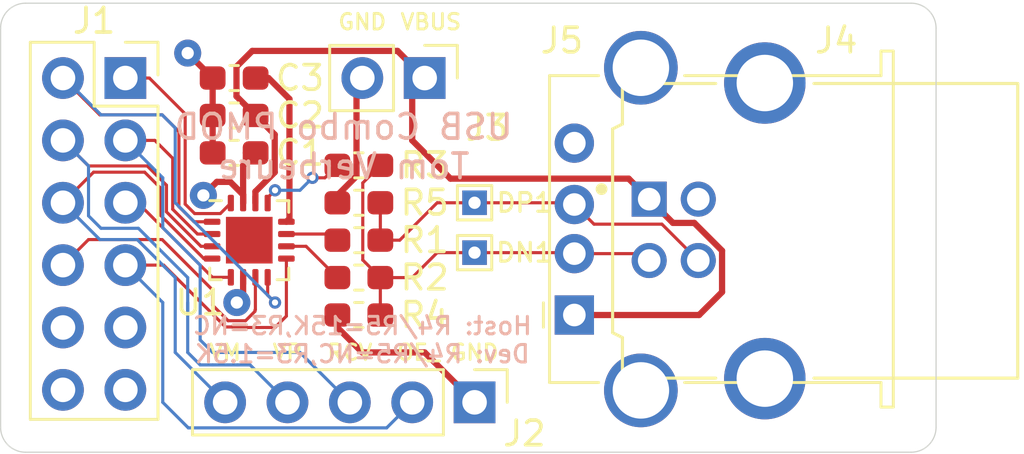
<source format=kicad_pcb>
(kicad_pcb (version 20171130) (host pcbnew 5.1.6-c6e7f7d~86~ubuntu18.04.1)

  (general
    (thickness 1.6)
    (drawings 17)
    (tracks 200)
    (zones 0)
    (modules 16)
    (nets 18)
  )

  (page A4)
  (layers
    (0 F.Cu signal)
    (1 In1.Cu power)
    (2 In2.Cu power hide)
    (31 B.Cu signal)
    (32 B.Adhes user)
    (33 F.Adhes user)
    (34 B.Paste user)
    (35 F.Paste user)
    (36 B.SilkS user hide)
    (37 F.SilkS user)
    (38 B.Mask user)
    (39 F.Mask user)
    (40 Dwgs.User user)
    (41 Cmts.User user)
    (42 Eco1.User user)
    (43 Eco2.User user)
    (44 Edge.Cuts user)
    (45 Margin user)
    (46 B.CrtYd user)
    (47 F.CrtYd user)
    (48 B.Fab user hide)
    (49 F.Fab user hide)
  )

  (setup
    (last_trace_width 0.127)
    (user_trace_width 0.0889)
    (user_trace_width 0.127)
    (trace_clearance 0.127)
    (zone_clearance 0.508)
    (zone_45_only no)
    (trace_min 0.0889)
    (via_size 0.5)
    (via_drill 0.254)
    (via_min_size 0.2)
    (via_min_drill 0.254)
    (uvia_size 0.6858)
    (uvia_drill 0.3302)
    (uvias_allowed no)
    (uvia_min_size 0.2)
    (uvia_min_drill 0.1)
    (edge_width 0.05)
    (segment_width 0.2)
    (pcb_text_width 0.3)
    (pcb_text_size 1.5 1.5)
    (mod_edge_width 0.12)
    (mod_text_size 1 1)
    (mod_text_width 0.15)
    (pad_size 1.524 1.524)
    (pad_drill 0.762)
    (pad_to_mask_clearance 0.051)
    (solder_mask_min_width 0.25)
    (aux_axis_origin 0 0)
    (visible_elements FFFFFF7F)
    (pcbplotparams
      (layerselection 0x010fc_ffffffff)
      (usegerberextensions false)
      (usegerberattributes true)
      (usegerberadvancedattributes true)
      (creategerberjobfile true)
      (excludeedgelayer true)
      (linewidth 0.100000)
      (plotframeref false)
      (viasonmask false)
      (mode 1)
      (useauxorigin false)
      (hpglpennumber 1)
      (hpglpenspeed 20)
      (hpglpendiameter 15.000000)
      (psnegative false)
      (psa4output false)
      (plotreference true)
      (plotvalue true)
      (plotinvisibletext false)
      (padsonsilk false)
      (subtractmaskfromsilk false)
      (outputformat 1)
      (mirror false)
      (drillshape 0)
      (scaleselection 1)
      (outputdirectory "gerbers/"))
  )

  (net 0 "")
  (net 1 +3V3)
  (net 2 GND)
  (net 3 /D_VBUS)
  (net 4 /D_VTRM)
  (net 5 /D_DN)
  (net 6 /D_DP)
  (net 7 /D_SUS)
  (net 8 /D_OE_)
  (net 9 /D_VM)
  (net 10 /D_CON)
  (net 11 /D_RCV)
  (net 12 /D_VP)
  (net 13 /D_SPD)
  (net 14 /D_VBUS_DET)
  (net 15 /D_DPR)
  (net 16 /D_DNR)
  (net 17 /D_VPU)

  (net_class Default "This is the default net class."
    (clearance 0.127)
    (trace_width 0.127)
    (via_dia 0.5)
    (via_drill 0.254)
    (uvia_dia 0.6858)
    (uvia_drill 0.3302)
    (add_net /D_CON)
    (add_net /D_DN)
    (add_net /D_DNR)
    (add_net /D_DP)
    (add_net /D_DPR)
    (add_net /D_OE_)
    (add_net /D_RCV)
    (add_net /D_SPD)
    (add_net /D_SUS)
    (add_net /D_VBUS_DET)
    (add_net /D_VM)
    (add_net /D_VP)
    (add_net /D_VPU)
  )

  (net_class Power ""
    (clearance 0.127)
    (trace_width 0.254)
    (via_dia 1.1)
    (via_drill 0.5)
    (uvia_dia 0.6858)
    (uvia_drill 0.3302)
    (add_net +3V3)
    (add_net /D_VBUS)
    (add_net /D_VTRM)
    (add_net GND)
  )

  (module custom_parts:PMOD_Male (layer F.Cu) (tedit 5E519846) (tstamp 60DE6297)
    (at 101.6 71.12)
    (descr "Through hole straight pin header, 2x06, 2.54mm pitch, double rows")
    (tags "Through hole pin header THT 2x06 2.54mm double row")
    (path /5E521946)
    (fp_text reference J1 (at -1.27 -2.33) (layer F.SilkS)
      (effects (font (size 1 1) (thickness 0.15)))
    )
    (fp_text value "PMOD A" (at -1.27 14.395) (layer F.Fab)
      (effects (font (size 1 1) (thickness 0.15)))
    )
    (fp_line (start -4.35 -1.927) (end 1.8 -1.927) (layer F.CrtYd) (width 0.05))
    (fp_line (start -4.35 14.373) (end -4.35 -1.927) (layer F.CrtYd) (width 0.05))
    (fp_line (start 1.8 14.373) (end -4.35 14.373) (layer F.CrtYd) (width 0.05))
    (fp_line (start 1.8 -1.927) (end 1.8 14.373) (layer F.CrtYd) (width 0.05))
    (fp_line (start 1.33 -1.457) (end 0 -1.457) (layer F.SilkS) (width 0.12))
    (fp_line (start 1.33 -0.127) (end 1.33 -1.457) (layer F.SilkS) (width 0.12))
    (fp_line (start -1.27 -1.457) (end -3.87 -1.457) (layer F.SilkS) (width 0.12))
    (fp_line (start -1.27 1.143) (end -1.27 -1.457) (layer F.SilkS) (width 0.12))
    (fp_line (start 1.33 1.143) (end -1.27 1.143) (layer F.SilkS) (width 0.12))
    (fp_line (start -3.87 -1.457) (end -3.87 13.903) (layer F.SilkS) (width 0.12))
    (fp_line (start 1.33 1.143) (end 1.33 13.903) (layer F.SilkS) (width 0.12))
    (fp_line (start 1.33 13.903) (end -3.87 13.903) (layer F.SilkS) (width 0.12))
    (fp_line (start 1.27 -0.127) (end 0 -1.397) (layer F.Fab) (width 0.1))
    (fp_line (start 1.27 13.843) (end 1.27 -0.127) (layer F.Fab) (width 0.1))
    (fp_line (start -3.81 13.843) (end 1.27 13.843) (layer F.Fab) (width 0.1))
    (fp_line (start -3.81 -1.397) (end -3.81 13.843) (layer F.Fab) (width 0.1))
    (fp_line (start 0 -1.397) (end -3.81 -1.397) (layer F.Fab) (width 0.1))
    (fp_text user %R (at -1.27 5.715 90) (layer F.Fab)
      (effects (font (size 1 1) (thickness 0.15)))
    )
    (pad 12 thru_hole oval (at -2.54 12.7) (size 1.7 1.7) (drill 1) (layers *.Cu *.Mask)
      (net 1 +3V3))
    (pad 6 thru_hole oval (at 0 12.7) (size 1.7 1.7) (drill 1) (layers *.Cu *.Mask)
      (net 1 +3V3))
    (pad 11 thru_hole oval (at -2.54 10.16) (size 1.7 1.7) (drill 1) (layers *.Cu *.Mask)
      (net 2 GND))
    (pad 5 thru_hole oval (at 0 10.16) (size 1.7 1.7) (drill 1) (layers *.Cu *.Mask)
      (net 2 GND))
    (pad 10 thru_hole oval (at -2.54 7.62) (size 1.7 1.7) (drill 1) (layers *.Cu *.Mask)
      (net 7 /D_SUS))
    (pad 4 thru_hole oval (at 0 7.62) (size 1.7 1.7) (drill 1) (layers *.Cu *.Mask)
      (net 8 /D_OE_))
    (pad 9 thru_hole oval (at -2.54 5.08) (size 1.7 1.7) (drill 1) (layers *.Cu *.Mask)
      (net 9 /D_VM))
    (pad 3 thru_hole oval (at 0 5.08) (size 1.7 1.7) (drill 1) (layers *.Cu *.Mask)
      (net 10 /D_CON))
    (pad 8 thru_hole oval (at -2.54 2.54) (size 1.7 1.7) (drill 1) (layers *.Cu *.Mask)
      (net 12 /D_VP))
    (pad 2 thru_hole oval (at 0 2.54) (size 1.7 1.7) (drill 1) (layers *.Cu *.Mask)
      (net 11 /D_RCV))
    (pad 7 thru_hole oval (at -2.54 0) (size 1.7 1.7) (drill 1) (layers *.Cu *.Mask)
      (net 13 /D_SPD))
    (pad 1 thru_hole rect (at 0 0) (size 1.7 1.7) (drill 1) (layers *.Cu *.Mask)
      (net 14 /D_VBUS_DET))
    (model ${KISYS3DMOD}/Connector_PinHeader_2.54mm.3dshapes/PinHeader_2x06_P2.54mm_Vertical.wrl
      (offset (xyz -2.54 0 0))
      (scale (xyz 1 1 1))
      (rotate (xyz 0 0 0))
    )
  )

  (module Package_DFN_QFN:QFN-16-1EP_3x3mm_P0.5mm_EP1.9x1.9mm (layer F.Cu) (tedit 5DC5F6A3) (tstamp 60DE7B4D)
    (at 106.647 77.724)
    (descr "QFN, 16 Pin (https://www.nxp.com/docs/en/package-information/98ASA00525D.pdf), generated with kicad-footprint-generator ipc_noLead_generator.py")
    (tags "QFN NoLead")
    (path /5E51B076)
    (attr smd)
    (fp_text reference U1 (at -1.999 2.54) (layer F.SilkS)
      (effects (font (size 1 1) (thickness 0.15)))
    )
    (fp_text value STUSB03E (at 0 2.8) (layer F.Fab)
      (effects (font (size 1 1) (thickness 0.15)))
    )
    (fp_line (start 2.1 -2.1) (end -2.1 -2.1) (layer F.CrtYd) (width 0.05))
    (fp_line (start 2.1 2.1) (end 2.1 -2.1) (layer F.CrtYd) (width 0.05))
    (fp_line (start -2.1 2.1) (end 2.1 2.1) (layer F.CrtYd) (width 0.05))
    (fp_line (start -2.1 -2.1) (end -2.1 2.1) (layer F.CrtYd) (width 0.05))
    (fp_line (start -1.5 -0.75) (end -0.75 -1.5) (layer F.Fab) (width 0.1))
    (fp_line (start -1.5 1.5) (end -1.5 -0.75) (layer F.Fab) (width 0.1))
    (fp_line (start 1.5 1.5) (end -1.5 1.5) (layer F.Fab) (width 0.1))
    (fp_line (start 1.5 -1.5) (end 1.5 1.5) (layer F.Fab) (width 0.1))
    (fp_line (start -0.75 -1.5) (end 1.5 -1.5) (layer F.Fab) (width 0.1))
    (fp_line (start -1.135 -1.61) (end -1.61 -1.61) (layer F.SilkS) (width 0.12))
    (fp_line (start 1.61 1.61) (end 1.61 1.135) (layer F.SilkS) (width 0.12))
    (fp_line (start 1.135 1.61) (end 1.61 1.61) (layer F.SilkS) (width 0.12))
    (fp_line (start -1.61 1.61) (end -1.61 1.135) (layer F.SilkS) (width 0.12))
    (fp_line (start -1.135 1.61) (end -1.61 1.61) (layer F.SilkS) (width 0.12))
    (fp_line (start 1.61 -1.61) (end 1.61 -1.135) (layer F.SilkS) (width 0.12))
    (fp_line (start 1.135 -1.61) (end 1.61 -1.61) (layer F.SilkS) (width 0.12))
    (fp_text user %R (at 0 0) (layer F.Fab)
      (effects (font (size 0.75 0.75) (thickness 0.11)))
    )
    (pad "" smd roundrect (at 0.475 0.475) (size 0.77 0.77) (layers F.Paste) (roundrect_rratio 0.25))
    (pad "" smd roundrect (at 0.475 -0.475) (size 0.77 0.77) (layers F.Paste) (roundrect_rratio 0.25))
    (pad "" smd roundrect (at -0.475 0.475) (size 0.77 0.77) (layers F.Paste) (roundrect_rratio 0.25))
    (pad "" smd roundrect (at -0.475 -0.475) (size 0.77 0.77) (layers F.Paste) (roundrect_rratio 0.25))
    (pad 17 smd rect (at 0 0) (size 1.9 1.9) (layers F.Cu F.Mask))
    (pad 16 smd roundrect (at -0.75 -1.5125) (size 0.25 0.675) (layers F.Cu F.Paste F.Mask) (roundrect_rratio 0.25)
      (net 14 /D_VBUS_DET))
    (pad 15 smd roundrect (at -0.25 -1.5125) (size 0.25 0.675) (layers F.Cu F.Paste F.Mask) (roundrect_rratio 0.25)
      (net 1 +3V3))
    (pad 14 smd roundrect (at 0.25 -1.5125) (size 0.25 0.675) (layers F.Cu F.Paste F.Mask) (roundrect_rratio 0.25)
      (net 3 /D_VBUS))
    (pad 13 smd roundrect (at 0.75 -1.5125) (size 0.25 0.675) (layers F.Cu F.Paste F.Mask) (roundrect_rratio 0.25)
      (net 17 /D_VPU))
    (pad 12 smd roundrect (at 1.5125 -0.75) (size 0.675 0.25) (layers F.Cu F.Paste F.Mask) (roundrect_rratio 0.25)
      (net 4 /D_VTRM))
    (pad 11 smd roundrect (at 1.5125 -0.25) (size 0.675 0.25) (layers F.Cu F.Paste F.Mask) (roundrect_rratio 0.25)
      (net 15 /D_DPR))
    (pad 10 smd roundrect (at 1.5125 0.25) (size 0.675 0.25) (layers F.Cu F.Paste F.Mask) (roundrect_rratio 0.25)
      (net 16 /D_DNR))
    (pad 9 smd roundrect (at 1.5125 0.75) (size 0.675 0.25) (layers F.Cu F.Paste F.Mask) (roundrect_rratio 0.25)
      (net 8 /D_OE_))
    (pad 8 smd roundrect (at 0.75 1.5125) (size 0.25 0.675) (layers F.Cu F.Paste F.Mask) (roundrect_rratio 0.25)
      (net 13 /D_SPD))
    (pad 7 smd roundrect (at 0.25 1.5125) (size 0.25 0.675) (layers F.Cu F.Paste F.Mask) (roundrect_rratio 0.25)
      (net 7 /D_SUS))
    (pad 6 smd roundrect (at -0.25 1.5125) (size 0.25 0.675) (layers F.Cu F.Paste F.Mask) (roundrect_rratio 0.25)
      (net 2 GND))
    (pad 5 smd roundrect (at -0.75 1.5125) (size 0.25 0.675) (layers F.Cu F.Paste F.Mask) (roundrect_rratio 0.25)
      (net 10 /D_CON))
    (pad 4 smd roundrect (at -1.5125 0.75) (size 0.675 0.25) (layers F.Cu F.Paste F.Mask) (roundrect_rratio 0.25)
      (net 9 /D_VM))
    (pad 3 smd roundrect (at -1.5125 0.25) (size 0.675 0.25) (layers F.Cu F.Paste F.Mask) (roundrect_rratio 0.25)
      (net 12 /D_VP))
    (pad 2 smd roundrect (at -1.5125 -0.25) (size 0.675 0.25) (layers F.Cu F.Paste F.Mask) (roundrect_rratio 0.25)
      (net 11 /D_RCV))
    (pad 1 smd roundrect (at -1.5125 -0.75) (size 0.675 0.25) (layers F.Cu F.Paste F.Mask) (roundrect_rratio 0.25)
      (net 13 /D_SPD))
    (model ${KISYS3DMOD}/Package_DFN_QFN.3dshapes/QFN-16-1EP_3x3mm_P0.5mm_EP1.9x1.9mm.wrl
      (at (xyz 0 0 0))
      (scale (xyz 1 1 1))
      (rotate (xyz 0 0 0))
    )
  )

  (module Resistor_SMD:R_0603_1608Metric_Pad1.05x0.95mm_HandSolder (layer F.Cu) (tedit 5B301BBD) (tstamp 60DEA8F9)
    (at 111.111 76.2 180)
    (descr "Resistor SMD 0603 (1608 Metric), square (rectangular) end terminal, IPC_7351 nominal with elongated pad for handsoldering. (Body size source: http://www.tortai-tech.com/upload/download/2011102023233369053.pdf), generated with kicad-footprint-generator")
    (tags "resistor handsolder")
    (path /5E5968DB)
    (attr smd)
    (fp_text reference R5 (at -2.681 0) (layer F.SilkS)
      (effects (font (size 1 1) (thickness 0.15)))
    )
    (fp_text value 15K (at 0 1.43) (layer F.Fab)
      (effects (font (size 1 1) (thickness 0.15)))
    )
    (fp_line (start 1.65 0.73) (end -1.65 0.73) (layer F.CrtYd) (width 0.05))
    (fp_line (start 1.65 -0.73) (end 1.65 0.73) (layer F.CrtYd) (width 0.05))
    (fp_line (start -1.65 -0.73) (end 1.65 -0.73) (layer F.CrtYd) (width 0.05))
    (fp_line (start -1.65 0.73) (end -1.65 -0.73) (layer F.CrtYd) (width 0.05))
    (fp_line (start -0.171267 0.51) (end 0.171267 0.51) (layer F.SilkS) (width 0.12))
    (fp_line (start -0.171267 -0.51) (end 0.171267 -0.51) (layer F.SilkS) (width 0.12))
    (fp_line (start 0.8 0.4) (end -0.8 0.4) (layer F.Fab) (width 0.1))
    (fp_line (start 0.8 -0.4) (end 0.8 0.4) (layer F.Fab) (width 0.1))
    (fp_line (start -0.8 -0.4) (end 0.8 -0.4) (layer F.Fab) (width 0.1))
    (fp_line (start -0.8 0.4) (end -0.8 -0.4) (layer F.Fab) (width 0.1))
    (fp_text user %R (at 0 0) (layer F.Fab)
      (effects (font (size 0.4 0.4) (thickness 0.06)))
    )
    (pad 2 smd roundrect (at 0.875 0 180) (size 1.05 0.95) (layers F.Cu F.Paste F.Mask) (roundrect_rratio 0.25)
      (net 2 GND))
    (pad 1 smd roundrect (at -0.875 0 180) (size 1.05 0.95) (layers F.Cu F.Paste F.Mask) (roundrect_rratio 0.25)
      (net 6 /D_DP))
    (model ${KISYS3DMOD}/Resistor_SMD.3dshapes/R_0603_1608Metric.wrl
      (at (xyz 0 0 0))
      (scale (xyz 1 1 1))
      (rotate (xyz 0 0 0))
    )
  )

  (module Resistor_SMD:R_0603_1608Metric_Pad1.05x0.95mm_HandSolder (layer F.Cu) (tedit 5B301BBD) (tstamp 60DE6366)
    (at 111.111 80.772 180)
    (descr "Resistor SMD 0603 (1608 Metric), square (rectangular) end terminal, IPC_7351 nominal with elongated pad for handsoldering. (Body size source: http://www.tortai-tech.com/upload/download/2011102023233369053.pdf), generated with kicad-footprint-generator")
    (tags "resistor handsolder")
    (path /5E592E07)
    (attr smd)
    (fp_text reference R4 (at -2.681 0) (layer F.SilkS)
      (effects (font (size 1 1) (thickness 0.15)))
    )
    (fp_text value 15K (at 0 1.43) (layer F.Fab)
      (effects (font (size 1 1) (thickness 0.15)))
    )
    (fp_line (start 1.65 0.73) (end -1.65 0.73) (layer F.CrtYd) (width 0.05))
    (fp_line (start 1.65 -0.73) (end 1.65 0.73) (layer F.CrtYd) (width 0.05))
    (fp_line (start -1.65 -0.73) (end 1.65 -0.73) (layer F.CrtYd) (width 0.05))
    (fp_line (start -1.65 0.73) (end -1.65 -0.73) (layer F.CrtYd) (width 0.05))
    (fp_line (start -0.171267 0.51) (end 0.171267 0.51) (layer F.SilkS) (width 0.12))
    (fp_line (start -0.171267 -0.51) (end 0.171267 -0.51) (layer F.SilkS) (width 0.12))
    (fp_line (start 0.8 0.4) (end -0.8 0.4) (layer F.Fab) (width 0.1))
    (fp_line (start 0.8 -0.4) (end 0.8 0.4) (layer F.Fab) (width 0.1))
    (fp_line (start -0.8 -0.4) (end 0.8 -0.4) (layer F.Fab) (width 0.1))
    (fp_line (start -0.8 0.4) (end -0.8 -0.4) (layer F.Fab) (width 0.1))
    (fp_text user %R (at 0 0) (layer F.Fab)
      (effects (font (size 0.4 0.4) (thickness 0.06)))
    )
    (pad 2 smd roundrect (at 0.875 0 180) (size 1.05 0.95) (layers F.Cu F.Paste F.Mask) (roundrect_rratio 0.25)
      (net 2 GND))
    (pad 1 smd roundrect (at -0.875 0 180) (size 1.05 0.95) (layers F.Cu F.Paste F.Mask) (roundrect_rratio 0.25)
      (net 5 /D_DN))
    (model ${KISYS3DMOD}/Resistor_SMD.3dshapes/R_0603_1608Metric.wrl
      (at (xyz 0 0 0))
      (scale (xyz 1 1 1))
      (rotate (xyz 0 0 0))
    )
  )

  (module Resistor_SMD:R_0603_1608Metric_Pad1.05x0.95mm_HandSolder (layer F.Cu) (tedit 5B301BBD) (tstamp 60DE79BF)
    (at 111.111 74.676 180)
    (descr "Resistor SMD 0603 (1608 Metric), square (rectangular) end terminal, IPC_7351 nominal with elongated pad for handsoldering. (Body size source: http://www.tortai-tech.com/upload/download/2011102023233369053.pdf), generated with kicad-footprint-generator")
    (tags "resistor handsolder")
    (path /5E542BB5)
    (attr smd)
    (fp_text reference R3 (at -2.681 0) (layer F.SilkS)
      (effects (font (size 1 1) (thickness 0.15)))
    )
    (fp_text value 1.5K (at 0 1.43) (layer F.Fab)
      (effects (font (size 1 1) (thickness 0.15)))
    )
    (fp_line (start 1.65 0.73) (end -1.65 0.73) (layer F.CrtYd) (width 0.05))
    (fp_line (start 1.65 -0.73) (end 1.65 0.73) (layer F.CrtYd) (width 0.05))
    (fp_line (start -1.65 -0.73) (end 1.65 -0.73) (layer F.CrtYd) (width 0.05))
    (fp_line (start -1.65 0.73) (end -1.65 -0.73) (layer F.CrtYd) (width 0.05))
    (fp_line (start -0.171267 0.51) (end 0.171267 0.51) (layer F.SilkS) (width 0.12))
    (fp_line (start -0.171267 -0.51) (end 0.171267 -0.51) (layer F.SilkS) (width 0.12))
    (fp_line (start 0.8 0.4) (end -0.8 0.4) (layer F.Fab) (width 0.1))
    (fp_line (start 0.8 -0.4) (end 0.8 0.4) (layer F.Fab) (width 0.1))
    (fp_line (start -0.8 -0.4) (end 0.8 -0.4) (layer F.Fab) (width 0.1))
    (fp_line (start -0.8 0.4) (end -0.8 -0.4) (layer F.Fab) (width 0.1))
    (fp_text user %R (at 0 0) (layer F.Fab)
      (effects (font (size 0.4 0.4) (thickness 0.06)))
    )
    (pad 2 smd roundrect (at 0.875 0 180) (size 1.05 0.95) (layers F.Cu F.Paste F.Mask) (roundrect_rratio 0.25)
      (net 17 /D_VPU))
    (pad 1 smd roundrect (at -0.875 0 180) (size 1.05 0.95) (layers F.Cu F.Paste F.Mask) (roundrect_rratio 0.25)
      (net 5 /D_DN))
    (model ${KISYS3DMOD}/Resistor_SMD.3dshapes/R_0603_1608Metric.wrl
      (at (xyz 0 0 0))
      (scale (xyz 1 1 1))
      (rotate (xyz 0 0 0))
    )
  )

  (module Resistor_SMD:R_0603_1608Metric_Pad1.05x0.95mm_HandSolder (layer F.Cu) (tedit 5B301BBD) (tstamp 60DE6344)
    (at 111.111 79.248 180)
    (descr "Resistor SMD 0603 (1608 Metric), square (rectangular) end terminal, IPC_7351 nominal with elongated pad for handsoldering. (Body size source: http://www.tortai-tech.com/upload/download/2011102023233369053.pdf), generated with kicad-footprint-generator")
    (tags "resistor handsolder")
    (path /5E527003)
    (attr smd)
    (fp_text reference R2 (at -2.681 0) (layer F.SilkS)
      (effects (font (size 1 1) (thickness 0.15)))
    )
    (fp_text value 20 (at 0 1.43) (layer F.Fab)
      (effects (font (size 1 1) (thickness 0.15)))
    )
    (fp_line (start 1.65 0.73) (end -1.65 0.73) (layer F.CrtYd) (width 0.05))
    (fp_line (start 1.65 -0.73) (end 1.65 0.73) (layer F.CrtYd) (width 0.05))
    (fp_line (start -1.65 -0.73) (end 1.65 -0.73) (layer F.CrtYd) (width 0.05))
    (fp_line (start -1.65 0.73) (end -1.65 -0.73) (layer F.CrtYd) (width 0.05))
    (fp_line (start -0.171267 0.51) (end 0.171267 0.51) (layer F.SilkS) (width 0.12))
    (fp_line (start -0.171267 -0.51) (end 0.171267 -0.51) (layer F.SilkS) (width 0.12))
    (fp_line (start 0.8 0.4) (end -0.8 0.4) (layer F.Fab) (width 0.1))
    (fp_line (start 0.8 -0.4) (end 0.8 0.4) (layer F.Fab) (width 0.1))
    (fp_line (start -0.8 -0.4) (end 0.8 -0.4) (layer F.Fab) (width 0.1))
    (fp_line (start -0.8 0.4) (end -0.8 -0.4) (layer F.Fab) (width 0.1))
    (fp_text user %R (at 0 0) (layer F.Fab)
      (effects (font (size 0.4 0.4) (thickness 0.06)))
    )
    (pad 2 smd roundrect (at 0.875 0 180) (size 1.05 0.95) (layers F.Cu F.Paste F.Mask) (roundrect_rratio 0.25)
      (net 16 /D_DNR))
    (pad 1 smd roundrect (at -0.875 0 180) (size 1.05 0.95) (layers F.Cu F.Paste F.Mask) (roundrect_rratio 0.25)
      (net 5 /D_DN))
    (model ${KISYS3DMOD}/Resistor_SMD.3dshapes/R_0603_1608Metric.wrl
      (at (xyz 0 0 0))
      (scale (xyz 1 1 1))
      (rotate (xyz 0 0 0))
    )
  )

  (module Resistor_SMD:R_0603_1608Metric_Pad1.05x0.95mm_HandSolder (layer F.Cu) (tedit 5B301BBD) (tstamp 60DE6333)
    (at 111.111 77.724 180)
    (descr "Resistor SMD 0603 (1608 Metric), square (rectangular) end terminal, IPC_7351 nominal with elongated pad for handsoldering. (Body size source: http://www.tortai-tech.com/upload/download/2011102023233369053.pdf), generated with kicad-footprint-generator")
    (tags "resistor handsolder")
    (path /5E525FEB)
    (attr smd)
    (fp_text reference R1 (at -2.681 0 180) (layer F.SilkS)
      (effects (font (size 1 1) (thickness 0.15)))
    )
    (fp_text value 20 (at 0 1.43) (layer F.Fab)
      (effects (font (size 1 1) (thickness 0.15)))
    )
    (fp_line (start 1.65 0.73) (end -1.65 0.73) (layer F.CrtYd) (width 0.05))
    (fp_line (start 1.65 -0.73) (end 1.65 0.73) (layer F.CrtYd) (width 0.05))
    (fp_line (start -1.65 -0.73) (end 1.65 -0.73) (layer F.CrtYd) (width 0.05))
    (fp_line (start -1.65 0.73) (end -1.65 -0.73) (layer F.CrtYd) (width 0.05))
    (fp_line (start -0.171267 0.51) (end 0.171267 0.51) (layer F.SilkS) (width 0.12))
    (fp_line (start -0.171267 -0.51) (end 0.171267 -0.51) (layer F.SilkS) (width 0.12))
    (fp_line (start 0.8 0.4) (end -0.8 0.4) (layer F.Fab) (width 0.1))
    (fp_line (start 0.8 -0.4) (end 0.8 0.4) (layer F.Fab) (width 0.1))
    (fp_line (start -0.8 -0.4) (end 0.8 -0.4) (layer F.Fab) (width 0.1))
    (fp_line (start -0.8 0.4) (end -0.8 -0.4) (layer F.Fab) (width 0.1))
    (fp_text user %R (at 0 0) (layer F.Fab)
      (effects (font (size 0.4 0.4) (thickness 0.06)))
    )
    (pad 2 smd roundrect (at 0.875 0 180) (size 1.05 0.95) (layers F.Cu F.Paste F.Mask) (roundrect_rratio 0.25)
      (net 15 /D_DPR))
    (pad 1 smd roundrect (at -0.875 0 180) (size 1.05 0.95) (layers F.Cu F.Paste F.Mask) (roundrect_rratio 0.25)
      (net 6 /D_DP))
    (model ${KISYS3DMOD}/Resistor_SMD.3dshapes/R_0603_1608Metric.wrl
      (at (xyz 0 0 0))
      (scale (xyz 1 1 1))
      (rotate (xyz 0 0 0))
    )
  )

  (module Connector_USB:USB_A_Stewart_SS-52100-001_Horizontal (layer F.Cu) (tedit 5CB49A87) (tstamp 60DE8BC2)
    (at 119.888 80.772 90)
    (descr "USB A connector https://belfuse.com/resources/drawings/stewartconnector/dr-stw-ss-52100-001.pdf")
    (tags "USB_A Female Connector receptacle")
    (path /60E7CE6D)
    (fp_text reference J5 (at 11.176 -0.508 180) (layer F.SilkS)
      (effects (font (size 1 1) (thickness 0.15)))
    )
    (fp_text value USB_A (at 3.5 14.49 90) (layer F.Fab)
      (effects (font (size 1 1) (thickness 0.15)))
    )
    (fp_line (start -5.15 1.99) (end -4.25 0.69) (layer F.CrtYd) (width 0.05))
    (fp_line (start -5.15 3.44) (end -5.15 1.99) (layer F.CrtYd) (width 0.05))
    (fp_line (start -3.25 4.74) (end -4.25 4.74) (layer F.CrtYd) (width 0.05))
    (fp_line (start -5.15 3.44) (end -4.25 4.74) (layer F.CrtYd) (width 0.05))
    (fp_line (start -3.25 0.69) (end -4.25 0.69) (layer F.CrtYd) (width 0.05))
    (fp_line (start 12.15 3.44) (end 11.25 4.74) (layer F.CrtYd) (width 0.05))
    (fp_line (start -3.25 0.69) (end -3.25 -1.51) (layer F.CrtYd) (width 0.05))
    (fp_line (start 10.25 -1.51) (end -3.25 -1.51) (layer F.CrtYd) (width 0.05))
    (fp_line (start 10.25 0.69) (end 10.25 -1.51) (layer F.CrtYd) (width 0.05))
    (fp_line (start 12.15 1.99) (end 12.15 3.44) (layer F.CrtYd) (width 0.05))
    (fp_line (start 10.25 0.69) (end 11.25 0.69) (layer F.CrtYd) (width 0.05))
    (fp_line (start 12.15 1.99) (end 11.25 0.69) (layer F.CrtYd) (width 0.05))
    (fp_line (start 10.75 12.49) (end 10.75 12.99) (layer F.Fab) (width 0.1))
    (fp_line (start 9.75 12.49) (end 10.75 12.49) (layer F.Fab) (width 0.1))
    (fp_line (start -3.75 12.49) (end -2.75 12.49) (layer F.Fab) (width 0.1))
    (fp_line (start -3.75 12.99) (end -3.75 12.49) (layer F.Fab) (width 0.1))
    (fp_line (start -3.75 12.99) (end 10.75 12.99) (layer F.Fab) (width 0.1))
    (fp_line (start -2.75 12.49) (end -2.75 -1.01) (layer F.Fab) (width 0.1))
    (fp_line (start -2.75 -1.01) (end 9.75 -1.01) (layer F.Fab) (width 0.1))
    (fp_line (start 9.75 12.49) (end 9.75 -1.01) (layer F.Fab) (width 0.1))
    (fp_line (start -3.75 12.99) (end 10.75 12.99) (layer F.SilkS) (width 0.12))
    (fp_line (start 10.75 12.99) (end 10.75 12.49) (layer F.SilkS) (width 0.12))
    (fp_line (start 10.75 12.49) (end 9.75 12.49) (layer F.SilkS) (width 0.12))
    (fp_line (start 9.75 12.49) (end 9.75 4.49) (layer F.SilkS) (width 0.12))
    (fp_line (start 9.75 0.99) (end 9.75 -1.01) (layer F.SilkS) (width 0.12))
    (fp_line (start 9.75 -1.01) (end -2.75 -1.01) (layer F.SilkS) (width 0.12))
    (fp_line (start -2.75 -1.01) (end -2.75 0.99) (layer F.SilkS) (width 0.12))
    (fp_line (start -2.75 4.49) (end -2.75 12.49) (layer F.SilkS) (width 0.12))
    (fp_line (start -2.75 12.49) (end -3.75 12.49) (layer F.SilkS) (width 0.12))
    (fp_line (start -3.75 12.49) (end -3.75 12.99) (layer F.SilkS) (width 0.12))
    (fp_line (start -0.5 -1.26) (end 0.5 -1.26) (layer F.SilkS) (width 0.12))
    (fp_line (start -0.25 -1.01) (end 0 -0.76) (layer F.Fab) (width 0.1))
    (fp_line (start 0 -0.76) (end 0.25 -1.01) (layer F.Fab) (width 0.1))
    (fp_line (start -3.25 4.74) (end -3.25 11.99) (layer F.CrtYd) (width 0.05))
    (fp_line (start -3.25 11.99) (end -4.25 11.99) (layer F.CrtYd) (width 0.05))
    (fp_line (start -4.25 11.99) (end -4.25 13.49) (layer F.CrtYd) (width 0.05))
    (fp_line (start -4.25 13.49) (end 11.25 13.49) (layer F.CrtYd) (width 0.05))
    (fp_line (start 11.25 13.49) (end 11.25 11.99) (layer F.CrtYd) (width 0.05))
    (fp_line (start 11.25 11.99) (end 10.25 11.99) (layer F.CrtYd) (width 0.05))
    (fp_line (start 10.25 11.99) (end 10.25 4.74) (layer F.CrtYd) (width 0.05))
    (fp_line (start 10.25 4.74) (end 11.25 4.74) (layer F.CrtYd) (width 0.05))
    (fp_text user %R (at 3.5 5.99 90) (layer F.Fab)
      (effects (font (size 1 1) (thickness 0.15)))
    )
    (pad 4 thru_hole circle (at 7 0 90) (size 1.6 1.6) (drill 0.92) (layers *.Cu *.Mask)
      (net 2 GND))
    (pad 3 thru_hole circle (at 4.5 0 90) (size 1.6 1.6) (drill 0.92) (layers *.Cu *.Mask)
      (net 6 /D_DP))
    (pad 2 thru_hole circle (at 2.5 0 90) (size 1.6 1.6) (drill 0.92) (layers *.Cu *.Mask)
      (net 5 /D_DN))
    (pad 1 thru_hole rect (at 0 0 90) (size 1.6 1.6) (drill 0.92) (layers *.Cu *.Mask)
      (net 3 /D_VBUS))
    (pad 5 thru_hole circle (at -3.07 2.71 90) (size 3 3) (drill 2.3) (layers *.Cu *.Mask)
      (net 2 GND))
    (pad 5 thru_hole circle (at 10.07 2.71 90) (size 3 3) (drill 2.3) (layers *.Cu *.Mask)
      (net 2 GND))
    (model ${KISYS3DMOD}/Connector_USB.3dshapes/USB_A_Stewart_SS-52100-001_Horizontal.wrl
      (at (xyz 0 0 0))
      (scale (xyz 1 1 1))
      (rotate (xyz 0 0 0))
    )
  )

  (module SnapEDA:ASSMANN_AU-Y1007 (layer F.Cu) (tedit 5E83EB1A) (tstamp 60DEAE81)
    (at 129.696 77.343 90)
    (path /603C6858)
    (fp_text reference J4 (at 7.747 0.86 180) (layer F.SilkS)
      (effects (font (size 1 1) (thickness 0.15)))
    )
    (fp_text value AU-Y1007 (at 3.37 9.915 90) (layer F.Fab)
      (effects (font (size 1 1) (thickness 0.015)))
    )
    (fp_circle (center 1.7 -8.7) (end 1.82 -8.7) (layer F.SilkS) (width 0.24))
    (fp_line (start -6 -4.05) (end -6 -7.85) (layer F.SilkS) (width 0.127))
    (fp_line (start -6 8.25) (end -6 -0.05) (layer F.SilkS) (width 0.127))
    (fp_line (start 6 8.25) (end -6 8.25) (layer F.SilkS) (width 0.127))
    (fp_line (start 6 -0.05) (end 6 8.25) (layer F.SilkS) (width 0.127))
    (fp_line (start 6 -7.85) (end 6 -4.05) (layer F.SilkS) (width 0.127))
    (fp_line (start 4.35 -7.85) (end 6 -7.85) (layer F.SilkS) (width 0.127))
    (fp_line (start 4.15 -8.25) (end 4.35 -7.85) (layer F.SilkS) (width 0.127))
    (fp_line (start -4.15 -8.25) (end 4.15 -8.25) (layer F.SilkS) (width 0.127))
    (fp_line (start -4.35 -7.85) (end -4.15 -8.25) (layer F.SilkS) (width 0.127))
    (fp_line (start -6 -7.85) (end -4.35 -7.85) (layer F.SilkS) (width 0.127))
    (fp_line (start -6.25 -3.96) (end -6.25 -8.5) (layer F.CrtYd) (width 0.05))
    (fp_line (start -7.93 -3.96) (end -6.25 -3.96) (layer F.CrtYd) (width 0.05))
    (fp_line (start -7.93 -0.14) (end -7.93 -3.96) (layer F.CrtYd) (width 0.05))
    (fp_line (start -6.25 -0.14) (end -7.93 -0.14) (layer F.CrtYd) (width 0.05))
    (fp_line (start -6.25 8.5) (end -6.25 -0.14) (layer F.CrtYd) (width 0.05))
    (fp_line (start 6.25 8.5) (end -6.25 8.5) (layer F.CrtYd) (width 0.05))
    (fp_line (start 6.25 -0.14) (end 6.25 8.5) (layer F.CrtYd) (width 0.05))
    (fp_line (start 7.93 -0.14) (end 6.25 -0.14) (layer F.CrtYd) (width 0.05))
    (fp_line (start 7.93 -3.96) (end 7.93 -0.14) (layer F.CrtYd) (width 0.05))
    (fp_line (start 6.25 -3.96) (end 7.93 -3.96) (layer F.CrtYd) (width 0.05))
    (fp_line (start 6.25 -8.5) (end 6.25 -3.96) (layer F.CrtYd) (width 0.05))
    (fp_line (start -6.25 -8.5) (end 6.25 -8.5) (layer F.CrtYd) (width 0.05))
    (fp_line (start 4.15 -8.25) (end 4.35 -7.86) (layer F.Fab) (width 0.127))
    (fp_line (start -4.15 -8.25) (end 4.15 -8.25) (layer F.Fab) (width 0.127))
    (fp_line (start -4.35 -7.86) (end -4.15 -8.25) (layer F.Fab) (width 0.127))
    (fp_line (start 6 -7.85) (end -6 -7.85) (layer F.Fab) (width 0.127))
    (fp_line (start 6 8.25) (end 6 -7.85) (layer F.Fab) (width 0.127))
    (fp_line (start -6 8.25) (end 6 8.25) (layer F.Fab) (width 0.127))
    (fp_line (start -6 -7.85) (end -6 8.25) (layer F.Fab) (width 0.127))
    (pad S2 thru_hole circle (at 6.02 -2.05 90) (size 3.316 3.316) (drill 2.3) (layers *.Cu *.Mask)
      (net 2 GND))
    (pad S1 thru_hole circle (at -6.02 -2.05 90) (size 3.316 3.316) (drill 2.3) (layers *.Cu *.Mask)
      (net 2 GND))
    (pad 4 thru_hole circle (at 1.29 -4.76 90) (size 1.428 1.428) (drill 0.92) (layers *.Cu *.Mask)
      (net 2 GND))
    (pad 3 thru_hole circle (at -1.21 -4.76 90) (size 1.428 1.428) (drill 0.92) (layers *.Cu *.Mask)
      (net 6 /D_DP))
    (pad 2 thru_hole circle (at -1.21 -6.76 90) (size 1.428 1.428) (drill 0.92) (layers *.Cu *.Mask)
      (net 5 /D_DN))
    (pad 1 thru_hole rect (at 1.29 -6.76 90) (size 1.428 1.428) (drill 0.92) (layers *.Cu *.Mask)
      (net 3 /D_VBUS))
  )

  (module Connector_PinHeader_2.54mm:PinHeader_1x02_P2.54mm_Vertical (layer F.Cu) (tedit 59FED5CC) (tstamp 60DE7D46)
    (at 113.792 71.12 270)
    (descr "Through hole straight pin header, 1x02, 2.54mm pitch, single row")
    (tags "Through hole pin header THT 1x02 2.54mm single row")
    (path /60EDBEC9)
    (fp_text reference J3 (at 2.032 -2.54 180) (layer F.SilkS)
      (effects (font (size 1 1) (thickness 0.15)))
    )
    (fp_text value VBUS (at 0 4.87 90) (layer F.Fab)
      (effects (font (size 1 1) (thickness 0.15)))
    )
    (fp_line (start 1.8 -1.8) (end -1.8 -1.8) (layer F.CrtYd) (width 0.05))
    (fp_line (start 1.8 4.35) (end 1.8 -1.8) (layer F.CrtYd) (width 0.05))
    (fp_line (start -1.8 4.35) (end 1.8 4.35) (layer F.CrtYd) (width 0.05))
    (fp_line (start -1.8 -1.8) (end -1.8 4.35) (layer F.CrtYd) (width 0.05))
    (fp_line (start -1.33 -1.33) (end 0 -1.33) (layer F.SilkS) (width 0.12))
    (fp_line (start -1.33 0) (end -1.33 -1.33) (layer F.SilkS) (width 0.12))
    (fp_line (start -1.33 1.27) (end 1.33 1.27) (layer F.SilkS) (width 0.12))
    (fp_line (start 1.33 1.27) (end 1.33 3.87) (layer F.SilkS) (width 0.12))
    (fp_line (start -1.33 1.27) (end -1.33 3.87) (layer F.SilkS) (width 0.12))
    (fp_line (start -1.33 3.87) (end 1.33 3.87) (layer F.SilkS) (width 0.12))
    (fp_line (start -1.27 -0.635) (end -0.635 -1.27) (layer F.Fab) (width 0.1))
    (fp_line (start -1.27 3.81) (end -1.27 -0.635) (layer F.Fab) (width 0.1))
    (fp_line (start 1.27 3.81) (end -1.27 3.81) (layer F.Fab) (width 0.1))
    (fp_line (start 1.27 -1.27) (end 1.27 3.81) (layer F.Fab) (width 0.1))
    (fp_line (start -0.635 -1.27) (end 1.27 -1.27) (layer F.Fab) (width 0.1))
    (fp_text user %R (at 0 1.27) (layer F.Fab)
      (effects (font (size 1 1) (thickness 0.15)))
    )
    (pad 2 thru_hole oval (at 0 2.54 270) (size 1.7 1.7) (drill 1) (layers *.Cu *.Mask)
      (net 2 GND))
    (pad 1 thru_hole rect (at 0 0 270) (size 1.7 1.7) (drill 1) (layers *.Cu *.Mask)
      (net 3 /D_VBUS))
    (model ${KISYS3DMOD}/Connector_PinHeader_2.54mm.3dshapes/PinHeader_1x02_P2.54mm_Vertical.wrl
      (at (xyz 0 0 0))
      (scale (xyz 1 1 1))
      (rotate (xyz 0 0 0))
    )
  )

  (module Connector_PinHeader_2.54mm:PinHeader_1x05_P2.54mm_Vertical (layer F.Cu) (tedit 59FED5CC) (tstamp 60DE7CAC)
    (at 115.824 84.328 270)
    (descr "Through hole straight pin header, 1x05, 2.54mm pitch, single row")
    (tags "Through hole pin header THT 1x05 2.54mm single row")
    (path /5E5CCA3E)
    (fp_text reference J2 (at 1.27 -2.032 180) (layer F.SilkS)
      (effects (font (size 1 1) (thickness 0.15)))
    )
    (fp_text value "DEV DEBUG" (at 0 12.49 90) (layer F.Fab)
      (effects (font (size 1 1) (thickness 0.15)))
    )
    (fp_line (start 1.8 -1.8) (end -1.8 -1.8) (layer F.CrtYd) (width 0.05))
    (fp_line (start 1.8 11.95) (end 1.8 -1.8) (layer F.CrtYd) (width 0.05))
    (fp_line (start -1.8 11.95) (end 1.8 11.95) (layer F.CrtYd) (width 0.05))
    (fp_line (start -1.8 -1.8) (end -1.8 11.95) (layer F.CrtYd) (width 0.05))
    (fp_line (start -1.33 -1.33) (end 0 -1.33) (layer F.SilkS) (width 0.12))
    (fp_line (start -1.33 0) (end -1.33 -1.33) (layer F.SilkS) (width 0.12))
    (fp_line (start -1.33 1.27) (end 1.33 1.27) (layer F.SilkS) (width 0.12))
    (fp_line (start 1.33 1.27) (end 1.33 11.49) (layer F.SilkS) (width 0.12))
    (fp_line (start -1.33 1.27) (end -1.33 11.49) (layer F.SilkS) (width 0.12))
    (fp_line (start -1.33 11.49) (end 1.33 11.49) (layer F.SilkS) (width 0.12))
    (fp_line (start -1.27 -0.635) (end -0.635 -1.27) (layer F.Fab) (width 0.1))
    (fp_line (start -1.27 11.43) (end -1.27 -0.635) (layer F.Fab) (width 0.1))
    (fp_line (start 1.27 11.43) (end -1.27 11.43) (layer F.Fab) (width 0.1))
    (fp_line (start 1.27 -1.27) (end 1.27 11.43) (layer F.Fab) (width 0.1))
    (fp_line (start -0.635 -1.27) (end 1.27 -1.27) (layer F.Fab) (width 0.1))
    (fp_text user %R (at 0 5.08) (layer F.Fab)
      (effects (font (size 1 1) (thickness 0.15)))
    )
    (pad 5 thru_hole oval (at 0 10.16 270) (size 1.7 1.7) (drill 1) (layers *.Cu *.Mask)
      (net 9 /D_VM))
    (pad 4 thru_hole oval (at 0 7.62 270) (size 1.7 1.7) (drill 1) (layers *.Cu *.Mask)
      (net 12 /D_VP))
    (pad 3 thru_hole oval (at 0 5.08 270) (size 1.7 1.7) (drill 1) (layers *.Cu *.Mask)
      (net 11 /D_RCV))
    (pad 2 thru_hole oval (at 0 2.54 270) (size 1.7 1.7) (drill 1) (layers *.Cu *.Mask)
      (net 8 /D_OE_))
    (pad 1 thru_hole rect (at 0 0 270) (size 1.7 1.7) (drill 1) (layers *.Cu *.Mask)
      (net 2 GND))
    (model ${KISYS3DMOD}/Connector_PinHeader_2.54mm.3dshapes/PinHeader_1x05_P2.54mm_Vertical.wrl
      (at (xyz 0 0 0))
      (scale (xyz 1 1 1))
      (rotate (xyz 0 0 0))
    )
  )

  (module TestPoint:TestPoint_THTPad_1.0x1.0mm_Drill0.5mm (layer F.Cu) (tedit 5A0F774F) (tstamp 60DE6275)
    (at 115.824 76.2)
    (descr "THT rectangular pad as test Point, square 1.0mm side length, hole diameter 0.5mm")
    (tags "test point THT pad rectangle square")
    (path /60DF3239)
    (attr virtual)
    (fp_text reference DP1 (at 2.032 0 180) (layer F.SilkS)
      (effects (font (size 0.762 0.762) (thickness 0.127)))
    )
    (fp_text value TestPoint (at 0 1.55) (layer F.Fab)
      (effects (font (size 1 1) (thickness 0.15)))
    )
    (fp_line (start 1 1) (end -1 1) (layer F.CrtYd) (width 0.05))
    (fp_line (start 1 1) (end 1 -1) (layer F.CrtYd) (width 0.05))
    (fp_line (start -1 -1) (end -1 1) (layer F.CrtYd) (width 0.05))
    (fp_line (start -1 -1) (end 1 -1) (layer F.CrtYd) (width 0.05))
    (fp_line (start -0.7 0.7) (end -0.7 -0.7) (layer F.SilkS) (width 0.12))
    (fp_line (start 0.7 0.7) (end -0.7 0.7) (layer F.SilkS) (width 0.12))
    (fp_line (start 0.7 -0.7) (end 0.7 0.7) (layer F.SilkS) (width 0.12))
    (fp_line (start -0.7 -0.7) (end 0.7 -0.7) (layer F.SilkS) (width 0.12))
    (fp_text user %R (at 0 -1.45) (layer F.Fab)
      (effects (font (size 1 1) (thickness 0.15)))
    )
    (pad 1 thru_hole rect (at 0 0) (size 1 1) (drill 0.5) (layers *.Cu *.Mask)
      (net 6 /D_DP))
  )

  (module TestPoint:TestPoint_THTPad_1.0x1.0mm_Drill0.5mm (layer F.Cu) (tedit 5A0F774F) (tstamp 60DEAA40)
    (at 115.824 78.232)
    (descr "THT rectangular pad as test Point, square 1.0mm side length, hole diameter 0.5mm")
    (tags "test point THT pad rectangle square")
    (path /60DF4491)
    (attr virtual)
    (fp_text reference DN1 (at 2.032 0 180) (layer F.SilkS)
      (effects (font (size 0.762 0.762) (thickness 0.127)))
    )
    (fp_text value TestPoint (at 0 1.55) (layer F.Fab)
      (effects (font (size 1 1) (thickness 0.15)))
    )
    (fp_line (start 1 1) (end -1 1) (layer F.CrtYd) (width 0.05))
    (fp_line (start 1 1) (end 1 -1) (layer F.CrtYd) (width 0.05))
    (fp_line (start -1 -1) (end -1 1) (layer F.CrtYd) (width 0.05))
    (fp_line (start -1 -1) (end 1 -1) (layer F.CrtYd) (width 0.05))
    (fp_line (start -0.7 0.7) (end -0.7 -0.7) (layer F.SilkS) (width 0.12))
    (fp_line (start 0.7 0.7) (end -0.7 0.7) (layer F.SilkS) (width 0.12))
    (fp_line (start 0.7 -0.7) (end 0.7 0.7) (layer F.SilkS) (width 0.12))
    (fp_line (start -0.7 -0.7) (end 0.7 -0.7) (layer F.SilkS) (width 0.12))
    (fp_text user %R (at 0 -1.45) (layer F.Fab)
      (effects (font (size 1 1) (thickness 0.15)))
    )
    (pad 1 thru_hole rect (at 0 0) (size 1 1) (drill 0.5) (layers *.Cu *.Mask)
      (net 5 /D_DN))
  )

  (module Capacitor_SMD:C_0603_1608Metric_Pad1.05x0.95mm_HandSolder (layer F.Cu) (tedit 5B301BBE) (tstamp 60DE8530)
    (at 106.031 71.12 180)
    (descr "Capacitor SMD 0603 (1608 Metric), square (rectangular) end terminal, IPC_7351 nominal with elongated pad for handsoldering. (Body size source: http://www.tortai-tech.com/upload/download/2011102023233369053.pdf), generated with kicad-footprint-generator")
    (tags "capacitor handsolder")
    (path /5F194EC7)
    (attr smd)
    (fp_text reference C3 (at -2.681 0) (layer F.SilkS)
      (effects (font (size 1 1) (thickness 0.15)))
    )
    (fp_text value 1uF (at 0 1.43) (layer F.Fab)
      (effects (font (size 1 1) (thickness 0.15)))
    )
    (fp_line (start 1.65 0.73) (end -1.65 0.73) (layer F.CrtYd) (width 0.05))
    (fp_line (start 1.65 -0.73) (end 1.65 0.73) (layer F.CrtYd) (width 0.05))
    (fp_line (start -1.65 -0.73) (end 1.65 -0.73) (layer F.CrtYd) (width 0.05))
    (fp_line (start -1.65 0.73) (end -1.65 -0.73) (layer F.CrtYd) (width 0.05))
    (fp_line (start -0.171267 0.51) (end 0.171267 0.51) (layer F.SilkS) (width 0.12))
    (fp_line (start -0.171267 -0.51) (end 0.171267 -0.51) (layer F.SilkS) (width 0.12))
    (fp_line (start 0.8 0.4) (end -0.8 0.4) (layer F.Fab) (width 0.1))
    (fp_line (start 0.8 -0.4) (end 0.8 0.4) (layer F.Fab) (width 0.1))
    (fp_line (start -0.8 -0.4) (end 0.8 -0.4) (layer F.Fab) (width 0.1))
    (fp_line (start -0.8 0.4) (end -0.8 -0.4) (layer F.Fab) (width 0.1))
    (fp_text user %R (at 0 0) (layer F.Fab)
      (effects (font (size 0.4 0.4) (thickness 0.06)))
    )
    (pad 2 smd roundrect (at 0.875 0 180) (size 1.05 0.95) (layers F.Cu F.Paste F.Mask) (roundrect_rratio 0.25)
      (net 2 GND))
    (pad 1 smd roundrect (at -0.875 0 180) (size 1.05 0.95) (layers F.Cu F.Paste F.Mask) (roundrect_rratio 0.25)
      (net 4 /D_VTRM))
    (model ${KISYS3DMOD}/Capacitor_SMD.3dshapes/C_0603_1608Metric.wrl
      (at (xyz 0 0 0))
      (scale (xyz 1 1 1))
      (rotate (xyz 0 0 0))
    )
  )

  (module Capacitor_SMD:C_0603_1608Metric_Pad1.05x0.95mm_HandSolder (layer F.Cu) (tedit 5B301BBE) (tstamp 60DE6248)
    (at 106.031 72.644 180)
    (descr "Capacitor SMD 0603 (1608 Metric), square (rectangular) end terminal, IPC_7351 nominal with elongated pad for handsoldering. (Body size source: http://www.tortai-tech.com/upload/download/2011102023233369053.pdf), generated with kicad-footprint-generator")
    (tags "capacitor handsolder")
    (path /5F15C481)
    (attr smd)
    (fp_text reference C2 (at -2.681 0) (layer F.SilkS)
      (effects (font (size 1 1) (thickness 0.15)))
    )
    (fp_text value 4.7uF (at 0 1.43) (layer F.Fab)
      (effects (font (size 1 1) (thickness 0.15)))
    )
    (fp_line (start 1.65 0.73) (end -1.65 0.73) (layer F.CrtYd) (width 0.05))
    (fp_line (start 1.65 -0.73) (end 1.65 0.73) (layer F.CrtYd) (width 0.05))
    (fp_line (start -1.65 -0.73) (end 1.65 -0.73) (layer F.CrtYd) (width 0.05))
    (fp_line (start -1.65 0.73) (end -1.65 -0.73) (layer F.CrtYd) (width 0.05))
    (fp_line (start -0.171267 0.51) (end 0.171267 0.51) (layer F.SilkS) (width 0.12))
    (fp_line (start -0.171267 -0.51) (end 0.171267 -0.51) (layer F.SilkS) (width 0.12))
    (fp_line (start 0.8 0.4) (end -0.8 0.4) (layer F.Fab) (width 0.1))
    (fp_line (start 0.8 -0.4) (end 0.8 0.4) (layer F.Fab) (width 0.1))
    (fp_line (start -0.8 -0.4) (end 0.8 -0.4) (layer F.Fab) (width 0.1))
    (fp_line (start -0.8 0.4) (end -0.8 -0.4) (layer F.Fab) (width 0.1))
    (fp_text user %R (at 0 0) (layer F.Fab)
      (effects (font (size 0.4 0.4) (thickness 0.06)))
    )
    (pad 2 smd roundrect (at 0.875 0 180) (size 1.05 0.95) (layers F.Cu F.Paste F.Mask) (roundrect_rratio 0.25)
      (net 2 GND))
    (pad 1 smd roundrect (at -0.875 0 180) (size 1.05 0.95) (layers F.Cu F.Paste F.Mask) (roundrect_rratio 0.25)
      (net 3 /D_VBUS))
    (model ${KISYS3DMOD}/Capacitor_SMD.3dshapes/C_0603_1608Metric.wrl
      (at (xyz 0 0 0))
      (scale (xyz 1 1 1))
      (rotate (xyz 0 0 0))
    )
  )

  (module Capacitor_SMD:C_0603_1608Metric_Pad1.05x0.95mm_HandSolder (layer F.Cu) (tedit 5B301BBE) (tstamp 60DE6237)
    (at 106.031 74.168)
    (descr "Capacitor SMD 0603 (1608 Metric), square (rectangular) end terminal, IPC_7351 nominal with elongated pad for handsoldering. (Body size source: http://www.tortai-tech.com/upload/download/2011102023233369053.pdf), generated with kicad-footprint-generator")
    (tags "capacitor handsolder")
    (path /60029D04)
    (attr smd)
    (fp_text reference C1 (at 2.681 0) (layer F.SilkS)
      (effects (font (size 1 1) (thickness 0.15)))
    )
    (fp_text value 0.1uF (at 0 1.43) (layer F.Fab)
      (effects (font (size 1 1) (thickness 0.15)))
    )
    (fp_line (start 1.65 0.73) (end -1.65 0.73) (layer F.CrtYd) (width 0.05))
    (fp_line (start 1.65 -0.73) (end 1.65 0.73) (layer F.CrtYd) (width 0.05))
    (fp_line (start -1.65 -0.73) (end 1.65 -0.73) (layer F.CrtYd) (width 0.05))
    (fp_line (start -1.65 0.73) (end -1.65 -0.73) (layer F.CrtYd) (width 0.05))
    (fp_line (start -0.171267 0.51) (end 0.171267 0.51) (layer F.SilkS) (width 0.12))
    (fp_line (start -0.171267 -0.51) (end 0.171267 -0.51) (layer F.SilkS) (width 0.12))
    (fp_line (start 0.8 0.4) (end -0.8 0.4) (layer F.Fab) (width 0.1))
    (fp_line (start 0.8 -0.4) (end 0.8 0.4) (layer F.Fab) (width 0.1))
    (fp_line (start -0.8 -0.4) (end 0.8 -0.4) (layer F.Fab) (width 0.1))
    (fp_line (start -0.8 0.4) (end -0.8 -0.4) (layer F.Fab) (width 0.1))
    (fp_text user %R (at 0 0) (layer F.Fab)
      (effects (font (size 0.4 0.4) (thickness 0.06)))
    )
    (pad 2 smd roundrect (at 0.875 0) (size 1.05 0.95) (layers F.Cu F.Paste F.Mask) (roundrect_rratio 0.25)
      (net 1 +3V3))
    (pad 1 smd roundrect (at -0.875 0) (size 1.05 0.95) (layers F.Cu F.Paste F.Mask) (roundrect_rratio 0.25)
      (net 2 GND))
    (model ${KISYS3DMOD}/Capacitor_SMD.3dshapes/C_0603_1608Metric.wrl
      (at (xyz 0 0 0))
      (scale (xyz 1 1 1))
      (rotate (xyz 0 0 0))
    )
  )

  (gr_text "USB Combo PMOD\nTom Verbeure" (at 110.49 73.914) (layer B.SilkS) (tstamp 60DF119D)
    (effects (font (size 1 1) (thickness 0.15)) (justify mirror))
  )
  (gr_text "Host: R4/R5=15K,R3=NC\nDev: R4/R5=NC,R3=1.5K" (at 111.252 81.788) (layer B.SilkS)
    (effects (font (size 0.7112 0.7112) (thickness 0.12192)) (justify mirror))
  )
  (gr_text GND (at 111.252 68.834) (layer F.SilkS) (tstamp 60DEB330)
    (effects (font (size 0.635 0.635) (thickness 0.1143)))
  )
  (gr_text VBUS (at 114.046 68.834) (layer F.SilkS) (tstamp 60DEB236)
    (effects (font (size 0.635 0.635) (thickness 0.1143)))
  )
  (gr_text GND (at 115.824 82.296) (layer F.SilkS) (tstamp 60DEB236)
    (effects (font (size 0.635 0.635) (thickness 0.1143)))
  )
  (gr_text OE_ (at 113.538 82.296) (layer F.SilkS) (tstamp 60DEB241)
    (effects (font (size 0.635 0.635) (thickness 0.1143)))
  )
  (gr_text RCV (at 110.744 82.296) (layer F.SilkS) (tstamp 60DEB236)
    (effects (font (size 0.635 0.635) (thickness 0.1143)))
  )
  (gr_text VP (at 108.204 82.296) (layer F.SilkS) (tstamp 60DEB232)
    (effects (font (size 0.635 0.635) (thickness 0.1143)))
  )
  (gr_text VM (at 105.664 82.296) (layer F.SilkS)
    (effects (font (size 0.635 0.635) (thickness 0.1143)))
  )
  (gr_arc (start 97.536 69.088) (end 97.536 68.072) (angle -90) (layer Edge.Cuts) (width 0.05))
  (gr_arc (start 97.536 85.344) (end 96.52 85.344) (angle -90) (layer Edge.Cuts) (width 0.05))
  (gr_arc (start 133.604 85.344) (end 133.604 86.36) (angle -90) (layer Edge.Cuts) (width 0.05))
  (gr_arc (start 133.604 69.088) (end 134.62 69.088) (angle -90) (layer Edge.Cuts) (width 0.05))
  (gr_line (start 133.604 86.36) (end 97.536 86.36) (layer Edge.Cuts) (width 0.05) (tstamp 60DE8907))
  (gr_line (start 134.62 69.088) (end 134.62 85.344) (layer Edge.Cuts) (width 0.05))
  (gr_line (start 97.536 68.072) (end 133.604 68.072) (layer Edge.Cuts) (width 0.05))
  (gr_line (start 96.52 85.344) (end 96.52 69.088) (layer Edge.Cuts) (width 0.05))

  (segment (start 99.06 83.82) (end 101.6 83.82) (width 0.254) (layer In2.Cu) (net 1))
  (via (at 104.777632 75.899501) (size 1.1) (drill 0.5) (layers F.Cu B.Cu) (net 1))
  (segment (start 106.906 74.168) (end 106.509133 74.168) (width 0.254) (layer F.Cu) (net 1))
  (segment (start 104.777632 80.642368) (end 101.6 83.82) (width 0.254) (layer In2.Cu) (net 1))
  (segment (start 104.777632 75.899501) (end 104.777632 80.642368) (width 0.254) (layer In2.Cu) (net 1))
  (segment (start 106.397 75.874) (end 106.397 76.2115) (width 0.254) (layer F.Cu) (net 1))
  (segment (start 105.872502 75.349502) (end 106.397 75.874) (width 0.254) (layer F.Cu) (net 1))
  (segment (start 105.327631 75.349502) (end 105.872502 75.349502) (width 0.254) (layer F.Cu) (net 1))
  (segment (start 104.777632 75.899501) (end 105.327631 75.349502) (width 0.254) (layer F.Cu) (net 1))
  (segment (start 106.397 74.677) (end 106.906 74.168) (width 0.254) (layer F.Cu) (net 1))
  (segment (start 106.397 76.2115) (end 106.397 74.677) (width 0.254) (layer F.Cu) (net 1))
  (segment (start 111.01501 71.39101) (end 110.744 71.12) (width 0.254) (layer F.Cu) (net 2))
  (segment (start 110.236 75.896102) (end 111.01501 75.117092) (width 0.254) (layer F.Cu) (net 2))
  (segment (start 110.236 76.2) (end 110.236 75.896102) (width 0.254) (layer F.Cu) (net 2))
  (segment (start 105.156 74.168) (end 105.156 72.644) (width 0.254) (layer F.Cu) (net 2))
  (segment (start 105.156 72.644) (end 105.156 71.12) (width 0.254) (layer F.Cu) (net 2))
  (via (at 106.140593 80.264167) (size 1.1) (drill 0.5) (layers F.Cu B.Cu) (net 2))
  (segment (start 106.397 79.2365) (end 106.397 80.00776) (width 0.254) (layer F.Cu) (net 2))
  (segment (start 106.397 80.00776) (end 106.140593 80.264167) (width 0.254) (layer F.Cu) (net 2))
  (segment (start 110.236 80.772) (end 110.236 81.28) (width 0.254) (layer F.Cu) (net 2))
  (segment (start 110.236 81.28) (end 111.252 82.296) (width 0.254) (layer F.Cu) (net 2))
  (segment (start 113.792 82.296) (end 115.824 84.328) (width 0.254) (layer F.Cu) (net 2))
  (segment (start 111.252 82.296) (end 113.792 82.296) (width 0.254) (layer F.Cu) (net 2))
  (segment (start 122.112 84.328) (end 122.598 83.842) (width 0.254) (layer F.Cu) (net 2))
  (segment (start 127.167 83.842) (end 127.646 83.363) (width 0.254) (layer F.Cu) (net 2))
  (segment (start 124.936 76.168) (end 124.936 76.053) (width 0.254) (layer F.Cu) (net 2))
  (segment (start 123.219 71.323) (end 122.598 70.702) (width 0.254) (layer F.Cu) (net 2))
  (segment (start 119.888 73.412) (end 119.888 73.772) (width 0.254) (layer F.Cu) (net 2))
  (segment (start 105.12476 81.28) (end 106.140593 80.264167) (width 0.254) (layer In1.Cu) (net 2))
  (segment (start 101.6 81.28) (end 105.12476 81.28) (width 0.254) (layer In1.Cu) (net 2))
  (segment (start 122.112 84.328) (end 122.598 83.842) (width 0.254) (layer In1.Cu) (net 2))
  (segment (start 115.824 84.328) (end 122.112 84.328) (width 0.254) (layer In1.Cu) (net 2))
  (segment (start 127.167 83.842) (end 127.646 83.363) (width 0.254) (layer In1.Cu) (net 2))
  (segment (start 122.598 83.842) (end 127.167 83.842) (width 0.254) (layer In1.Cu) (net 2))
  (segment (start 127.646 78.763) (end 124.936 76.053) (width 0.254) (layer In1.Cu) (net 2))
  (segment (start 127.646 83.363) (end 127.646 78.763) (width 0.254) (layer In1.Cu) (net 2))
  (segment (start 124.936 74.033) (end 127.646 71.323) (width 0.254) (layer In1.Cu) (net 2))
  (segment (start 124.936 76.053) (end 124.936 74.033) (width 0.254) (layer In1.Cu) (net 2))
  (segment (start 123.219 71.323) (end 122.598 70.702) (width 0.254) (layer In1.Cu) (net 2))
  (segment (start 127.646 71.323) (end 123.219 71.323) (width 0.254) (layer In1.Cu) (net 2))
  (segment (start 119.888 73.412) (end 119.888 73.772) (width 0.254) (layer In1.Cu) (net 2))
  (segment (start 122.598 70.702) (end 119.888 73.412) (width 0.254) (layer In1.Cu) (net 2))
  (segment (start 99.06 81.28) (end 101.6 81.28) (width 0.254) (layer In1.Cu) (net 2))
  (via (at 104.14 70.104) (size 1.1) (drill 0.5) (layers F.Cu B.Cu) (net 2))
  (segment (start 105.156 71.12) (end 104.14 70.104) (width 0.254) (layer F.Cu) (net 2))
  (segment (start 109.728 70.104) (end 110.744 71.12) (width 0.254) (layer In1.Cu) (net 2))
  (segment (start 104.14 70.104) (end 109.728 70.104) (width 0.254) (layer In1.Cu) (net 2))
  (segment (start 105.12476 81.28) (end 108.712 81.28) (width 0.254) (layer In1.Cu) (net 2))
  (segment (start 108.712 81.28) (end 109.728 82.296) (width 0.254) (layer In1.Cu) (net 2))
  (segment (start 113.792 82.296) (end 115.824 84.328) (width 0.254) (layer In1.Cu) (net 2))
  (segment (start 109.728 82.296) (end 113.792 82.296) (width 0.254) (layer In1.Cu) (net 2))
  (segment (start 122.598 70.702) (end 117.438 70.702) (width 0.254) (layer In1.Cu) (net 2))
  (segment (start 117.438 70.702) (end 116.332 69.596) (width 0.254) (layer In1.Cu) (net 2))
  (segment (start 116.332 69.596) (end 111.76 69.596) (width 0.254) (layer In1.Cu) (net 2))
  (segment (start 110.744 70.612) (end 110.744 71.12) (width 0.254) (layer In1.Cu) (net 2))
  (segment (start 111.76 69.596) (end 110.744 70.612) (width 0.254) (layer In1.Cu) (net 2))
  (segment (start 111.01501 71.35699) (end 111.252 71.12) (width 0.254) (layer F.Cu) (net 2))
  (segment (start 111.01501 75.117092) (end 111.01501 71.35699) (width 0.254) (layer F.Cu) (net 2))
  (segment (start 119.888 80.772) (end 124.968 80.772) (width 0.254) (layer F.Cu) (net 3))
  (segment (start 125.904001 79.835999) (end 125.904001 78.152001) (width 0.254) (layer F.Cu) (net 3))
  (segment (start 124.968 80.772) (end 125.904001 79.835999) (width 0.254) (layer F.Cu) (net 3))
  (segment (start 123.904001 77.021001) (end 122.936 76.053) (width 0.254) (layer F.Cu) (net 3))
  (segment (start 124.773001 77.021001) (end 123.904001 77.021001) (width 0.254) (layer F.Cu) (net 3))
  (segment (start 125.904001 78.152001) (end 124.773001 77.021001) (width 0.254) (layer F.Cu) (net 3))
  (segment (start 114.841999 75.217999) (end 113.284 73.66) (width 0.254) (layer F.Cu) (net 3))
  (segment (start 122.100999 75.217999) (end 114.841999 75.217999) (width 0.254) (layer F.Cu) (net 3))
  (segment (start 113.284 73.66) (end 113.284 71.12) (width 0.254) (layer F.Cu) (net 3))
  (segment (start 122.936 76.053) (end 122.100999 75.217999) (width 0.254) (layer F.Cu) (net 3))
  (segment (start 106.897 76.2115) (end 106.897 75.745076) (width 0.254) (layer F.Cu) (net 3))
  (segment (start 106.897 75.745076) (end 107.68501 74.957066) (width 0.254) (layer F.Cu) (net 3))
  (segment (start 107.68501 74.957066) (end 107.68501 73.42301) (width 0.254) (layer F.Cu) (net 3))
  (segment (start 107.68501 73.42301) (end 106.906 72.644) (width 0.254) (layer F.Cu) (net 3))
  (segment (start 106.12699 71.86499) (end 106.12699 70.65701) (width 0.254) (layer F.Cu) (net 3))
  (segment (start 106.12699 70.65701) (end 106.768001 70.015999) (width 0.254) (layer F.Cu) (net 3))
  (segment (start 106.906 72.644) (end 106.12699 71.86499) (width 0.254) (layer F.Cu) (net 3))
  (segment (start 112.687999 70.015999) (end 113.792 71.12) (width 0.254) (layer F.Cu) (net 3))
  (segment (start 106.768001 70.015999) (end 112.687999 70.015999) (width 0.254) (layer F.Cu) (net 3))
  (segment (start 108.2845 71.9735) (end 107.431 71.12) (width 0.254) (layer F.Cu) (net 4))
  (segment (start 107.431 71.12) (end 106.906 71.12) (width 0.254) (layer F.Cu) (net 4))
  (segment (start 108.1595 76.974) (end 108.2845 76.849) (width 0.254) (layer F.Cu) (net 4))
  (segment (start 108.2845 76.849) (end 108.2845 71.9735) (width 0.254) (layer F.Cu) (net 4))
  (segment (start 113.284 79.248) (end 114.3 78.232) (width 0.127) (layer F.Cu) (net 5))
  (segment (start 111.986 79.248) (end 113.284 79.248) (width 0.127) (layer F.Cu) (net 5))
  (segment (start 119.848 78.232) (end 119.888 78.272) (width 0.127) (layer F.Cu) (net 5))
  (segment (start 114.3 78.232) (end 119.848 78.232) (width 0.127) (layer F.Cu) (net 5))
  (segment (start 122.655 78.272) (end 122.936 78.553) (width 0.127) (layer F.Cu) (net 5))
  (segment (start 119.888 78.272) (end 122.655 78.272) (width 0.127) (layer F.Cu) (net 5))
  (segment (start 111.986 80.772) (end 111.986 79.248) (width 0.127) (layer F.Cu) (net 5))
  (segment (start 111.27049 78.53249) (end 111.986 79.248) (width 0.127) (layer F.Cu) (net 5))
  (segment (start 111.27049 75.39151) (end 111.27049 78.53249) (width 0.127) (layer F.Cu) (net 5))
  (segment (start 111.986 74.676) (end 111.27049 75.39151) (width 0.127) (layer F.Cu) (net 5))
  (segment (start 112.776 77.724) (end 114.3 76.2) (width 0.127) (layer F.Cu) (net 6))
  (segment (start 111.986 77.724) (end 112.776 77.724) (width 0.127) (layer F.Cu) (net 6))
  (segment (start 119.816 76.2) (end 119.888 76.272) (width 0.127) (layer F.Cu) (net 6))
  (segment (start 114.3 76.2) (end 119.816 76.2) (width 0.127) (layer F.Cu) (net 6))
  (segment (start 123.454999 77.071999) (end 124.936 78.553) (width 0.127) (layer F.Cu) (net 6))
  (segment (start 120.687999 77.071999) (end 123.454999 77.071999) (width 0.127) (layer F.Cu) (net 6))
  (segment (start 119.888 76.272) (end 120.687999 77.071999) (width 0.127) (layer F.Cu) (net 6))
  (segment (start 111.986 77.724) (end 111.986 76.2) (width 0.127) (layer F.Cu) (net 6))
  (segment (start 103.099499 77.699499) (end 100.100501 77.699499) (width 0.127) (layer F.Cu) (net 7))
  (segment (start 100.100501 77.699499) (end 99.06 78.74) (width 0.127) (layer F.Cu) (net 7))
  (segment (start 104.648 79.248) (end 103.099499 77.699499) (width 0.127) (layer F.Cu) (net 7))
  (segment (start 104.648 79.248) (end 105.156 79.756) (width 0.127) (layer F.Cu) (net 7))
  (segment (start 106.897 79.2365) (end 106.897 80.555) (width 0.127) (layer F.Cu) (net 7))
  (segment (start 106.496034 81.004668) (end 105.785152 81.004668) (width 0.127) (layer F.Cu) (net 7))
  (segment (start 106.881094 80.619608) (end 106.496034 81.004668) (width 0.127) (layer F.Cu) (net 7))
  (segment (start 106.881094 80.570906) (end 106.881094 80.619608) (width 0.127) (layer F.Cu) (net 7))
  (segment (start 106.897 80.555) (end 106.881094 80.570906) (width 0.127) (layer F.Cu) (net 7))
  (segment (start 105.785152 81.004668) (end 105.156 80.375516) (width 0.127) (layer F.Cu) (net 7))
  (segment (start 105.156 80.375516) (end 105.156 79.756) (width 0.127) (layer F.Cu) (net 7))
  (segment (start 105.679938 81.258678) (end 106.150678 81.258678) (width 0.127) (layer F.Cu) (net 8))
  (segment (start 103.16126 78.74) (end 105.679938 81.258678) (width 0.127) (layer F.Cu) (net 8))
  (segment (start 101.6 78.74) (end 103.16126 78.74) (width 0.127) (layer F.Cu) (net 8))
  (segment (start 106.150678 81.258678) (end 106.172 81.28) (width 0.127) (layer F.Cu) (net 8))
  (segment (start 106.172 81.28) (end 107.696 81.28) (width 0.127) (layer F.Cu) (net 8))
  (segment (start 108.1595 80.8165) (end 108.1595 78.474) (width 0.127) (layer F.Cu) (net 8))
  (segment (start 107.696 81.28) (end 108.1595 80.8165) (width 0.127) (layer F.Cu) (net 8))
  (segment (start 103.124 84.328) (end 103.124 80.264) (width 0.127) (layer B.Cu) (net 8))
  (segment (start 103.124 80.264) (end 101.6 78.74) (width 0.127) (layer B.Cu) (net 8))
  (segment (start 104.164501 85.368501) (end 103.124 84.328) (width 0.127) (layer B.Cu) (net 8))
  (segment (start 112.243499 85.368501) (end 104.164501 85.368501) (width 0.127) (layer B.Cu) (net 8))
  (segment (start 113.284 84.328) (end 112.243499 85.368501) (width 0.127) (layer B.Cu) (net 8))
  (segment (start 103.632 82.296) (end 103.632 79.248) (width 0.127) (layer B.Cu) (net 9))
  (segment (start 103.632 79.248) (end 102.083499 77.699499) (width 0.127) (layer B.Cu) (net 9))
  (segment (start 105.664 84.328) (end 103.632 82.296) (width 0.127) (layer B.Cu) (net 9))
  (segment (start 100.559499 77.699499) (end 99.06 76.2) (width 0.127) (layer B.Cu) (net 9))
  (segment (start 102.083499 77.699499) (end 100.559499 77.699499) (width 0.127) (layer B.Cu) (net 9))
  (segment (start 104.797 78.474) (end 103.021086 76.698086) (width 0.127) (layer F.Cu) (net 9))
  (segment (start 103.021086 75.589086) (end 102.386512 74.954512) (width 0.127) (layer F.Cu) (net 9))
  (segment (start 102.386512 74.954512) (end 100.305488 74.954512) (width 0.127) (layer F.Cu) (net 9))
  (segment (start 100.305488 74.954512) (end 99.06 76.2) (width 0.127) (layer F.Cu) (net 9))
  (segment (start 105.1345 78.474) (end 104.797 78.474) (width 0.127) (layer F.Cu) (net 9))
  (segment (start 103.021086 76.698086) (end 103.021086 75.589086) (width 0.127) (layer F.Cu) (net 9))
  (segment (start 105.897 79.2365) (end 105.1445 79.2365) (width 0.127) (layer F.Cu) (net 10))
  (segment (start 102.108 76.2) (end 101.6 76.2) (width 0.127) (layer F.Cu) (net 10))
  (segment (start 105.1445 79.2365) (end 102.108 76.2) (width 0.127) (layer F.Cu) (net 10))
  (segment (start 103.124 75.184) (end 101.6 73.66) (width 0.127) (layer B.Cu) (net 11))
  (segment (start 103.124 77.216) (end 103.124 75.184) (width 0.127) (layer B.Cu) (net 11))
  (segment (start 104.648 78.74) (end 103.124 77.216) (width 0.127) (layer B.Cu) (net 11))
  (segment (start 104.648 81.788) (end 104.648 78.74) (width 0.127) (layer B.Cu) (net 11))
  (segment (start 105.156 82.296) (end 104.648 81.788) (width 0.127) (layer B.Cu) (net 11))
  (segment (start 108.712 82.296) (end 105.156 82.296) (width 0.127) (layer B.Cu) (net 11))
  (segment (start 110.744 84.328) (end 108.712 82.296) (width 0.127) (layer B.Cu) (net 11))
  (segment (start 104.537737 77.474) (end 103.529108 76.465371) (width 0.127) (layer F.Cu) (net 11))
  (segment (start 103.529108 74.387027) (end 102.802081 73.66) (width 0.127) (layer F.Cu) (net 11))
  (segment (start 105.1345 77.474) (end 104.537737 77.474) (width 0.127) (layer F.Cu) (net 11))
  (segment (start 103.529108 76.465371) (end 103.529108 74.387027) (width 0.127) (layer F.Cu) (net 11))
  (segment (start 102.802081 73.66) (end 101.6 73.66) (width 0.127) (layer F.Cu) (net 11))
  (segment (start 104.14 79.248) (end 104.14 80.772) (width 0.127) (layer B.Cu) (net 12))
  (segment (start 102.132501 77.240501) (end 104.14 79.248) (width 0.127) (layer B.Cu) (net 12))
  (segment (start 100.608501 77.240501) (end 102.132501 77.240501) (width 0.127) (layer B.Cu) (net 12))
  (segment (start 100.100501 76.732501) (end 100.608501 77.240501) (width 0.127) (layer B.Cu) (net 12))
  (segment (start 100.100501 74.700501) (end 100.100501 76.732501) (width 0.127) (layer B.Cu) (net 12))
  (segment (start 99.06 73.66) (end 100.100501 74.700501) (width 0.127) (layer B.Cu) (net 12))
  (segment (start 106.68 82.804) (end 108.204 84.328) (width 0.127) (layer B.Cu) (net 12))
  (segment (start 106.172 82.804) (end 106.68 82.804) (width 0.127) (layer B.Cu) (net 12))
  (segment (start 106.172 82.804) (end 105.156 82.804) (width 0.127) (layer B.Cu) (net 12))
  (segment (start 105.156 82.804) (end 104.648 82.804) (width 0.127) (layer B.Cu) (net 12))
  (segment (start 104.648 82.804) (end 104.14 82.296) (width 0.127) (layer B.Cu) (net 12))
  (segment (start 104.14 82.296) (end 104.14 80.264) (width 0.127) (layer B.Cu) (net 12))
  (segment (start 102.491726 74.700501) (end 100.100501 74.700501) (width 0.127) (layer F.Cu) (net 12))
  (segment (start 104.678512 77.974) (end 103.275097 76.570585) (width 0.127) (layer F.Cu) (net 12))
  (segment (start 103.275097 76.570585) (end 103.275097 75.483872) (width 0.127) (layer F.Cu) (net 12))
  (segment (start 103.275097 75.483872) (end 102.491726 74.700501) (width 0.127) (layer F.Cu) (net 12))
  (segment (start 100.100501 74.700501) (end 99.06 73.66) (width 0.127) (layer F.Cu) (net 12))
  (segment (start 105.1345 77.974) (end 104.678512 77.974) (width 0.127) (layer F.Cu) (net 12))
  (via (at 107.696 80.264) (size 0.5) (drill 0.254) (layers F.Cu B.Cu) (net 13))
  (segment (start 107.397 79.965) (end 107.696 80.264) (width 0.127) (layer F.Cu) (net 13))
  (segment (start 107.397 79.2365) (end 107.397 79.965) (width 0.127) (layer F.Cu) (net 13))
  (segment (start 107.696 80.264) (end 103.632 76.2) (width 0.127) (layer B.Cu) (net 13))
  (segment (start 103.632 76.2) (end 103.632 73.152) (width 0.127) (layer B.Cu) (net 13))
  (segment (start 103.099499 72.619499) (end 100.608501 72.619499) (width 0.127) (layer B.Cu) (net 13))
  (segment (start 103.632 73.152) (end 103.099499 72.619499) (width 0.127) (layer B.Cu) (net 13))
  (segment (start 99.109002 71.12) (end 99.06 71.12) (width 0.127) (layer B.Cu) (net 13))
  (segment (start 100.608501 72.619499) (end 99.109002 71.12) (width 0.127) (layer B.Cu) (net 13))
  (segment (start 103.099499 72.619499) (end 100.559499 72.619499) (width 0.127) (layer F.Cu) (net 13))
  (segment (start 104.396962 76.974) (end 103.783119 76.360157) (width 0.127) (layer F.Cu) (net 13))
  (segment (start 99.909999 71.969999) (end 99.06 71.12) (width 0.127) (layer F.Cu) (net 13))
  (segment (start 105.1345 76.974) (end 104.396962 76.974) (width 0.127) (layer F.Cu) (net 13))
  (segment (start 103.783119 76.360157) (end 103.783119 73.303119) (width 0.127) (layer F.Cu) (net 13))
  (segment (start 100.559499 72.619499) (end 99.909999 71.969999) (width 0.127) (layer F.Cu) (net 13))
  (segment (start 103.783119 73.303119) (end 103.099499 72.619499) (width 0.127) (layer F.Cu) (net 13))
  (segment (start 104.42219 76.640003) (end 104.03713 76.254943) (width 0.127) (layer F.Cu) (net 14))
  (segment (start 105.468497 76.640003) (end 104.42219 76.640003) (width 0.127) (layer F.Cu) (net 14))
  (segment (start 102.577 71.12) (end 101.6 71.12) (width 0.127) (layer F.Cu) (net 14))
  (segment (start 104.03713 72.58013) (end 102.577 71.12) (width 0.127) (layer F.Cu) (net 14))
  (segment (start 105.897 76.2115) (end 105.468497 76.640003) (width 0.127) (layer F.Cu) (net 14))
  (segment (start 104.03713 76.254943) (end 104.03713 72.58013) (width 0.127) (layer F.Cu) (net 14))
  (segment (start 109.986 77.474) (end 110.236 77.724) (width 0.127) (layer F.Cu) (net 15))
  (segment (start 108.1595 77.474) (end 109.986 77.474) (width 0.127) (layer F.Cu) (net 15))
  (segment (start 108.962 77.974) (end 110.236 79.248) (width 0.127) (layer F.Cu) (net 16))
  (segment (start 108.1595 77.974) (end 108.962 77.974) (width 0.127) (layer F.Cu) (net 16))
  (segment (start 107.397 75.991) (end 107.696 75.692) (width 0.127) (layer F.Cu) (net 17))
  (segment (start 107.397 76.2115) (end 107.397 75.991) (width 0.127) (layer F.Cu) (net 17))
  (via (at 107.696 75.692) (size 0.5) (drill 0.254) (layers F.Cu B.Cu) (net 17))
  (segment (start 108.712 75.692) (end 109.22 75.184) (width 0.127) (layer B.Cu) (net 17))
  (via (at 109.22 75.184) (size 0.5) (drill 0.254) (layers F.Cu B.Cu) (net 17))
  (segment (start 107.696 75.692) (end 108.712 75.692) (width 0.127) (layer B.Cu) (net 17))
  (segment (start 109.728 75.184) (end 110.236 74.676) (width 0.127) (layer F.Cu) (net 17))
  (segment (start 109.22 75.184) (end 109.728 75.184) (width 0.127) (layer F.Cu) (net 17))

  (zone (net 2) (net_name GND) (layer In1.Cu) (tstamp 60DF29C4) (hatch edge 0.508)
    (connect_pads (clearance 0.508))
    (min_thickness 0.254)
    (fill yes (arc_segments 32) (thermal_gap 0.508) (thermal_bridge_width 0.508))
    (polygon
      (pts
        (xy 134.62 86.36) (xy 96.52 86.36) (xy 96.52 68.072) (xy 134.62 68.072)
      )
    )
    (filled_polygon
      (pts
        (xy 121.737617 68.736757) (xy 121.441962 68.894786) (xy 121.285952 69.210347) (xy 122.598 70.522395) (xy 123.910048 69.210347)
        (xy 123.754038 68.894786) (xy 123.434292 68.732) (xy 133.571719 68.732) (xy 133.672533 68.741885) (xy 133.738457 68.761789)
        (xy 133.799255 68.794115) (xy 133.852619 68.837639) (xy 133.896512 68.890696) (xy 133.929266 68.951271) (xy 133.949628 69.017053)
        (xy 133.96 69.115731) (xy 133.960001 85.311709) (xy 133.950115 85.412531) (xy 133.930211 85.478458) (xy 133.897885 85.539255)
        (xy 133.854362 85.592618) (xy 133.8013 85.636515) (xy 133.740727 85.669266) (xy 133.674947 85.689628) (xy 133.576269 85.7)
        (xy 123.659023 85.7) (xy 123.754038 85.649214) (xy 123.910048 85.333653) (xy 122.598 84.021605) (xy 121.285952 85.333653)
        (xy 121.441962 85.649214) (xy 121.541716 85.7) (xy 117.038896 85.7) (xy 117.125185 85.629185) (xy 117.204537 85.532494)
        (xy 117.263502 85.42218) (xy 117.299812 85.302482) (xy 117.312072 85.178) (xy 117.309 84.61375) (xy 117.15025 84.455)
        (xy 115.951 84.455) (xy 115.951 84.475) (xy 115.697 84.475) (xy 115.697 84.455) (xy 115.677 84.455)
        (xy 115.677 84.201) (xy 115.697 84.201) (xy 115.697 83.00175) (xy 115.951 83.00175) (xy 115.951 84.201)
        (xy 117.15025 84.201) (xy 117.309 84.04225) (xy 117.309857 83.884824) (xy 120.453098 83.884824) (xy 120.502666 84.302451)
        (xy 120.632757 84.702383) (xy 120.790786 84.998038) (xy 121.106347 85.154048) (xy 122.418395 83.842) (xy 122.777605 83.842)
        (xy 124.089653 85.154048) (xy 124.405214 84.998038) (xy 124.420949 84.96713) (xy 126.221475 84.96713) (xy 126.396491 85.298867)
        (xy 126.798168 85.505437) (xy 127.232428 85.629674) (xy 127.682581 85.666804) (xy 128.131328 85.6154) (xy 128.561424 85.477438)
        (xy 128.895509 85.298867) (xy 129.070525 84.96713) (xy 127.646 83.542605) (xy 126.221475 84.96713) (xy 124.420949 84.96713)
        (xy 124.59602 84.623255) (xy 124.710044 84.218449) (xy 124.742902 83.799176) (xy 124.695475 83.399581) (xy 125.342196 83.399581)
        (xy 125.3936 83.848328) (xy 125.531562 84.278424) (xy 125.710133 84.612509) (xy 126.04187 84.787525) (xy 127.466395 83.363)
        (xy 127.825605 83.363) (xy 129.25013 84.787525) (xy 129.581867 84.612509) (xy 129.788437 84.210832) (xy 129.912674 83.776572)
        (xy 129.949804 83.326419) (xy 129.8984 82.877672) (xy 129.760438 82.447576) (xy 129.581867 82.113491) (xy 129.25013 81.938475)
        (xy 127.825605 83.363) (xy 127.466395 83.363) (xy 126.04187 81.938475) (xy 125.710133 82.113491) (xy 125.503563 82.515168)
        (xy 125.379326 82.949428) (xy 125.342196 83.399581) (xy 124.695475 83.399581) (xy 124.693334 83.381549) (xy 124.563243 82.981617)
        (xy 124.405214 82.685962) (xy 124.089653 82.529952) (xy 122.777605 83.842) (xy 122.418395 83.842) (xy 121.106347 82.529952)
        (xy 120.790786 82.685962) (xy 120.59998 83.060745) (xy 120.485956 83.465551) (xy 120.453098 83.884824) (xy 117.309857 83.884824)
        (xy 117.312072 83.478) (xy 117.299812 83.353518) (xy 117.263502 83.23382) (xy 117.204537 83.123506) (xy 117.125185 83.026815)
        (xy 117.028494 82.947463) (xy 116.91818 82.888498) (xy 116.798482 82.852188) (xy 116.674 82.839928) (xy 116.10975 82.843)
        (xy 115.951 83.00175) (xy 115.697 83.00175) (xy 115.53825 82.843) (xy 114.974 82.839928) (xy 114.849518 82.852188)
        (xy 114.72982 82.888498) (xy 114.619506 82.947463) (xy 114.522815 83.026815) (xy 114.443463 83.123506) (xy 114.384498 83.23382)
        (xy 114.362487 83.30638) (xy 114.230632 83.174525) (xy 113.987411 83.01201) (xy 113.717158 82.900068) (xy 113.43026 82.843)
        (xy 113.13774 82.843) (xy 112.850842 82.900068) (xy 112.580589 83.01201) (xy 112.337368 83.174525) (xy 112.130525 83.381368)
        (xy 112.014 83.55576) (xy 111.897475 83.381368) (xy 111.690632 83.174525) (xy 111.447411 83.01201) (xy 111.177158 82.900068)
        (xy 110.89026 82.843) (xy 110.59774 82.843) (xy 110.310842 82.900068) (xy 110.040589 83.01201) (xy 109.797368 83.174525)
        (xy 109.590525 83.381368) (xy 109.474 83.55576) (xy 109.357475 83.381368) (xy 109.150632 83.174525) (xy 108.907411 83.01201)
        (xy 108.637158 82.900068) (xy 108.35026 82.843) (xy 108.05774 82.843) (xy 107.770842 82.900068) (xy 107.500589 83.01201)
        (xy 107.257368 83.174525) (xy 107.050525 83.381368) (xy 106.934 83.55576) (xy 106.817475 83.381368) (xy 106.610632 83.174525)
        (xy 106.367411 83.01201) (xy 106.097158 82.900068) (xy 105.81026 82.843) (xy 105.51774 82.843) (xy 105.230842 82.900068)
        (xy 104.960589 83.01201) (xy 104.717368 83.174525) (xy 104.510525 83.381368) (xy 104.34801 83.624589) (xy 104.236068 83.894842)
        (xy 104.179 84.18174) (xy 104.179 84.47426) (xy 104.236068 84.761158) (xy 104.34801 85.031411) (xy 104.510525 85.274632)
        (xy 104.717368 85.481475) (xy 104.960589 85.64399) (xy 105.09581 85.7) (xy 97.568281 85.7) (xy 97.467469 85.690115)
        (xy 97.401542 85.670211) (xy 97.340745 85.637885) (xy 97.287382 85.594362) (xy 97.243485 85.5413) (xy 97.210734 85.480727)
        (xy 97.190372 85.414947) (xy 97.18 85.316269) (xy 97.18 83.67374) (xy 97.575 83.67374) (xy 97.575 83.96626)
        (xy 97.632068 84.253158) (xy 97.74401 84.523411) (xy 97.906525 84.766632) (xy 98.113368 84.973475) (xy 98.356589 85.13599)
        (xy 98.626842 85.247932) (xy 98.91374 85.305) (xy 99.20626 85.305) (xy 99.493158 85.247932) (xy 99.763411 85.13599)
        (xy 100.006632 84.973475) (xy 100.213475 84.766632) (xy 100.33 84.59224) (xy 100.446525 84.766632) (xy 100.653368 84.973475)
        (xy 100.896589 85.13599) (xy 101.166842 85.247932) (xy 101.45374 85.305) (xy 101.74626 85.305) (xy 102.033158 85.247932)
        (xy 102.303411 85.13599) (xy 102.546632 84.973475) (xy 102.753475 84.766632) (xy 102.91599 84.523411) (xy 103.027932 84.253158)
        (xy 103.085 83.96626) (xy 103.085 83.67374) (xy 103.027932 83.386842) (xy 102.91599 83.116589) (xy 102.753475 82.873368)
        (xy 102.546632 82.666525) (xy 102.364466 82.544805) (xy 102.481355 82.475178) (xy 102.619843 82.350347) (xy 121.285952 82.350347)
        (xy 122.598 83.662395) (xy 123.910048 82.350347) (xy 123.754038 82.034786) (xy 123.379255 81.84398) (xy 123.077099 81.75887)
        (xy 126.221475 81.75887) (xy 127.646 83.183395) (xy 129.070525 81.75887) (xy 128.895509 81.427133) (xy 128.493832 81.220563)
        (xy 128.059572 81.096326) (xy 127.609419 81.059196) (xy 127.160672 81.1106) (xy 126.730576 81.248562) (xy 126.396491 81.427133)
        (xy 126.221475 81.75887) (xy 123.077099 81.75887) (xy 122.974449 81.729956) (xy 122.555176 81.697098) (xy 122.137549 81.746666)
        (xy 121.737617 81.876757) (xy 121.441962 82.034786) (xy 121.285952 82.350347) (xy 102.619843 82.350347) (xy 102.697588 82.280269)
        (xy 102.871641 82.04692) (xy 102.996825 81.784099) (xy 103.041476 81.63689) (xy 102.920155 81.407) (xy 101.727 81.407)
        (xy 101.727 81.427) (xy 101.473 81.427) (xy 101.473 81.407) (xy 99.187 81.407) (xy 99.187 81.427)
        (xy 98.933 81.427) (xy 98.933 81.407) (xy 97.739845 81.407) (xy 97.618524 81.63689) (xy 97.663175 81.784099)
        (xy 97.788359 82.04692) (xy 97.962412 82.280269) (xy 98.178645 82.475178) (xy 98.295534 82.544805) (xy 98.113368 82.666525)
        (xy 97.906525 82.873368) (xy 97.74401 83.116589) (xy 97.632068 83.386842) (xy 97.575 83.67374) (xy 97.18 83.67374)
        (xy 97.18 70.97374) (xy 97.575 70.97374) (xy 97.575 71.26626) (xy 97.632068 71.553158) (xy 97.74401 71.823411)
        (xy 97.906525 72.066632) (xy 98.113368 72.273475) (xy 98.28776 72.39) (xy 98.113368 72.506525) (xy 97.906525 72.713368)
        (xy 97.74401 72.956589) (xy 97.632068 73.226842) (xy 97.575 73.51374) (xy 97.575 73.80626) (xy 97.632068 74.093158)
        (xy 97.74401 74.363411) (xy 97.906525 74.606632) (xy 98.113368 74.813475) (xy 98.28776 74.93) (xy 98.113368 75.046525)
        (xy 97.906525 75.253368) (xy 97.74401 75.496589) (xy 97.632068 75.766842) (xy 97.575 76.05374) (xy 97.575 76.34626)
        (xy 97.632068 76.633158) (xy 97.74401 76.903411) (xy 97.906525 77.146632) (xy 98.113368 77.353475) (xy 98.28776 77.47)
        (xy 98.113368 77.586525) (xy 97.906525 77.793368) (xy 97.74401 78.036589) (xy 97.632068 78.306842) (xy 97.575 78.59374)
        (xy 97.575 78.88626) (xy 97.632068 79.173158) (xy 97.74401 79.443411) (xy 97.906525 79.686632) (xy 98.113368 79.893475)
        (xy 98.295534 80.015195) (xy 98.178645 80.084822) (xy 97.962412 80.279731) (xy 97.788359 80.51308) (xy 97.663175 80.775901)
        (xy 97.618524 80.92311) (xy 97.739845 81.153) (xy 98.933 81.153) (xy 98.933 81.133) (xy 99.187 81.133)
        (xy 99.187 81.153) (xy 101.473 81.153) (xy 101.473 81.133) (xy 101.727 81.133) (xy 101.727 81.153)
        (xy 102.920155 81.153) (xy 103.041476 80.92311) (xy 102.996825 80.775901) (xy 102.871641 80.51308) (xy 102.697588 80.279731)
        (xy 102.583435 80.176835) (xy 106.811 80.176835) (xy 106.811 80.351165) (xy 106.84501 80.522145) (xy 106.911723 80.683205)
        (xy 107.008576 80.828155) (xy 107.131845 80.951424) (xy 107.276795 81.048277) (xy 107.437855 81.11499) (xy 107.608835 81.149)
        (xy 107.783165 81.149) (xy 107.954145 81.11499) (xy 108.115205 81.048277) (xy 108.260155 80.951424) (xy 108.383424 80.828155)
        (xy 108.480277 80.683205) (xy 108.54699 80.522145) (xy 108.581 80.351165) (xy 108.581 80.176835) (xy 108.54699 80.005855)
        (xy 108.532967 79.972) (xy 118.449928 79.972) (xy 118.449928 81.572) (xy 118.462188 81.696482) (xy 118.498498 81.81618)
        (xy 118.557463 81.926494) (xy 118.636815 82.023185) (xy 118.733506 82.102537) (xy 118.84382 82.161502) (xy 118.963518 82.197812)
        (xy 119.088 82.210072) (xy 120.688 82.210072) (xy 120.812482 82.197812) (xy 120.93218 82.161502) (xy 121.042494 82.102537)
        (xy 121.139185 82.023185) (xy 121.218537 81.926494) (xy 121.277502 81.81618) (xy 121.313812 81.696482) (xy 121.326072 81.572)
        (xy 121.326072 79.972) (xy 121.313812 79.847518) (xy 121.277502 79.72782) (xy 121.218537 79.617506) (xy 121.139185 79.520815)
        (xy 121.042494 79.441463) (xy 120.93218 79.382498) (xy 120.836057 79.353339) (xy 121.002637 79.186759) (xy 121.15968 78.951727)
        (xy 121.267853 78.690574) (xy 121.323 78.413335) (xy 121.323 78.130665) (xy 121.267853 77.853426) (xy 121.15968 77.592273)
        (xy 121.002637 77.357241) (xy 120.917396 77.272) (xy 121.002637 77.186759) (xy 121.15968 76.951727) (xy 121.267853 76.690574)
        (xy 121.323 76.413335) (xy 121.323 76.130665) (xy 121.267853 75.853426) (xy 121.15968 75.592273) (xy 121.002637 75.357241)
        (xy 120.984396 75.339) (xy 121.583928 75.339) (xy 121.583928 76.767) (xy 121.596188 76.891482) (xy 121.632498 77.01118)
        (xy 121.691463 77.121494) (xy 121.770815 77.218185) (xy 121.867506 77.297537) (xy 121.97782 77.356502) (xy 122.097518 77.392812)
        (xy 122.222 77.405072) (xy 122.22586 77.405072) (xy 122.076063 77.505163) (xy 121.888163 77.693063) (xy 121.740532 77.914009)
        (xy 121.638842 78.159511) (xy 121.587 78.420135) (xy 121.587 78.685865) (xy 121.638842 78.946489) (xy 121.740532 79.191991)
        (xy 121.888163 79.412937) (xy 122.076063 79.600837) (xy 122.297009 79.748468) (xy 122.542511 79.850158) (xy 122.803135 79.902)
        (xy 123.068865 79.902) (xy 123.329489 79.850158) (xy 123.574991 79.748468) (xy 123.795937 79.600837) (xy 123.936 79.460774)
        (xy 124.076063 79.600837) (xy 124.297009 79.748468) (xy 124.542511 79.850158) (xy 124.803135 79.902) (xy 125.068865 79.902)
        (xy 125.329489 79.850158) (xy 125.574991 79.748468) (xy 125.795937 79.600837) (xy 125.983837 79.412937) (xy 126.131468 79.191991)
        (xy 126.233158 78.946489) (xy 126.285 78.685865) (xy 126.285 78.420135) (xy 126.233158 78.159511) (xy 126.131468 77.914009)
        (xy 125.983837 77.693063) (xy 125.795937 77.505163) (xy 125.574991 77.357532) (xy 125.444519 77.303489) (xy 125.522258 77.275193)
        (xy 125.626509 77.21947) (xy 125.687668 76.984273) (xy 124.936 76.232605) (xy 124.921858 76.246748) (xy 124.742253 76.067143)
        (xy 124.756395 76.053) (xy 125.115605 76.053) (xy 125.867273 76.804668) (xy 126.10247 76.743509) (xy 126.214768 76.502674)
        (xy 126.277924 76.244559) (xy 126.289511 75.979081) (xy 126.249082 75.716445) (xy 126.158193 75.466742) (xy 126.10247 75.362491)
        (xy 125.867273 75.301332) (xy 125.115605 76.053) (xy 124.756395 76.053) (xy 124.742253 76.038858) (xy 124.921858 75.859253)
        (xy 124.936 75.873395) (xy 125.687668 75.121727) (xy 125.626509 74.88653) (xy 125.385674 74.774232) (xy 125.127559 74.711076)
        (xy 124.862081 74.699489) (xy 124.599445 74.739918) (xy 124.349742 74.830807) (xy 124.245491 74.88653) (xy 124.207094 75.034191)
        (xy 124.180537 74.984506) (xy 124.101185 74.887815) (xy 124.004494 74.808463) (xy 123.89418 74.749498) (xy 123.774482 74.713188)
        (xy 123.65 74.700928) (xy 122.222 74.700928) (xy 122.097518 74.713188) (xy 121.97782 74.749498) (xy 121.867506 74.808463)
        (xy 121.770815 74.887815) (xy 121.691463 74.984506) (xy 121.632498 75.09482) (xy 121.596188 75.214518) (xy 121.583928 75.339)
        (xy 120.984396 75.339) (xy 120.802759 75.157363) (xy 120.602131 75.023308) (xy 120.629514 75.008671) (xy 120.701097 74.764702)
        (xy 119.888 73.951605) (xy 119.074903 74.764702) (xy 119.146486 75.008671) (xy 119.175341 75.022324) (xy 118.973241 75.157363)
        (xy 118.773363 75.357241) (xy 118.61632 75.592273) (xy 118.508147 75.853426) (xy 118.453 76.130665) (xy 118.453 76.413335)
        (xy 118.508147 76.690574) (xy 118.61632 76.951727) (xy 118.773363 77.186759) (xy 118.858604 77.272) (xy 118.773363 77.357241)
        (xy 118.61632 77.592273) (xy 118.508147 77.853426) (xy 118.453 78.130665) (xy 118.453 78.413335) (xy 118.508147 78.690574)
        (xy 118.61632 78.951727) (xy 118.773363 79.186759) (xy 118.939943 79.353339) (xy 118.84382 79.382498) (xy 118.733506 79.441463)
        (xy 118.636815 79.520815) (xy 118.557463 79.617506) (xy 118.498498 79.72782) (xy 118.462188 79.847518) (xy 118.449928 79.972)
        (xy 108.532967 79.972) (xy 108.480277 79.844795) (xy 108.383424 79.699845) (xy 108.260155 79.576576) (xy 108.115205 79.479723)
        (xy 107.954145 79.41301) (xy 107.783165 79.379) (xy 107.608835 79.379) (xy 107.437855 79.41301) (xy 107.276795 79.479723)
        (xy 107.131845 79.576576) (xy 107.008576 79.699845) (xy 106.911723 79.844795) (xy 106.84501 80.005855) (xy 106.811 80.176835)
        (xy 102.583435 80.176835) (xy 102.481355 80.084822) (xy 102.364466 80.015195) (xy 102.546632 79.893475) (xy 102.753475 79.686632)
        (xy 102.91599 79.443411) (xy 103.027932 79.173158) (xy 103.085 78.88626) (xy 103.085 78.59374) (xy 103.027932 78.306842)
        (xy 102.91599 78.036589) (xy 102.753475 77.793368) (xy 102.546632 77.586525) (xy 102.37224 77.47) (xy 102.546632 77.353475)
        (xy 102.753475 77.146632) (xy 102.91599 76.903411) (xy 103.027932 76.633158) (xy 103.085 76.34626) (xy 103.085 76.05374)
        (xy 103.031105 75.782789) (xy 103.592632 75.782789) (xy 103.592632 76.016213) (xy 103.638171 76.245153) (xy 103.727498 76.460809)
        (xy 103.857182 76.654895) (xy 104.022238 76.819951) (xy 104.216324 76.949635) (xy 104.43198 77.038962) (xy 104.66092 77.084501)
        (xy 104.894344 77.084501) (xy 105.123284 77.038962) (xy 105.33894 76.949635) (xy 105.533026 76.819951) (xy 105.698082 76.654895)
        (xy 105.827766 76.460809) (xy 105.917093 76.245153) (xy 105.962632 76.016213) (xy 105.962632 75.782789) (xy 105.927235 75.604835)
        (xy 106.811 75.604835) (xy 106.811 75.779165) (xy 106.84501 75.950145) (xy 106.911723 76.111205) (xy 107.008576 76.256155)
        (xy 107.131845 76.379424) (xy 107.276795 76.476277) (xy 107.437855 76.54299) (xy 107.608835 76.577) (xy 107.783165 76.577)
        (xy 107.954145 76.54299) (xy 108.115205 76.476277) (xy 108.260155 76.379424) (xy 108.383424 76.256155) (xy 108.480277 76.111205)
        (xy 108.54699 75.950145) (xy 108.578111 75.79369) (xy 108.655845 75.871424) (xy 108.800795 75.968277) (xy 108.961855 76.03499)
        (xy 109.132835 76.069) (xy 109.307165 76.069) (xy 109.478145 76.03499) (xy 109.639205 75.968277) (xy 109.784155 75.871424)
        (xy 109.907424 75.748155) (xy 109.9396 75.7) (xy 114.685928 75.7) (xy 114.685928 76.7) (xy 114.698188 76.824482)
        (xy 114.734498 76.94418) (xy 114.793463 77.054494) (xy 114.872815 77.151185) (xy 114.951793 77.216) (xy 114.872815 77.280815)
        (xy 114.793463 77.377506) (xy 114.734498 77.48782) (xy 114.698188 77.607518) (xy 114.685928 77.732) (xy 114.685928 78.732)
        (xy 114.698188 78.856482) (xy 114.734498 78.97618) (xy 114.793463 79.086494) (xy 114.872815 79.183185) (xy 114.969506 79.262537)
        (xy 115.07982 79.321502) (xy 115.199518 79.357812) (xy 115.324 79.370072) (xy 116.324 79.370072) (xy 116.448482 79.357812)
        (xy 116.56818 79.321502) (xy 116.678494 79.262537) (xy 116.775185 79.183185) (xy 116.854537 79.086494) (xy 116.913502 78.97618)
        (xy 116.949812 78.856482) (xy 116.962072 78.732) (xy 116.962072 77.732) (xy 116.949812 77.607518) (xy 116.913502 77.48782)
        (xy 116.854537 77.377506) (xy 116.775185 77.280815) (xy 116.696207 77.216) (xy 116.775185 77.151185) (xy 116.854537 77.054494)
        (xy 116.913502 76.94418) (xy 116.949812 76.824482) (xy 116.962072 76.7) (xy 116.962072 75.7) (xy 116.949812 75.575518)
        (xy 116.913502 75.45582) (xy 116.854537 75.345506) (xy 116.775185 75.248815) (xy 116.678494 75.169463) (xy 116.56818 75.110498)
        (xy 116.448482 75.074188) (xy 116.324 75.061928) (xy 115.324 75.061928) (xy 115.199518 75.074188) (xy 115.07982 75.110498)
        (xy 114.969506 75.169463) (xy 114.872815 75.248815) (xy 114.793463 75.345506) (xy 114.734498 75.45582) (xy 114.698188 75.575518)
        (xy 114.685928 75.7) (xy 109.9396 75.7) (xy 110.004277 75.603205) (xy 110.07099 75.442145) (xy 110.105 75.271165)
        (xy 110.105 75.096835) (xy 110.07099 74.925855) (xy 110.004277 74.764795) (xy 109.907424 74.619845) (xy 109.784155 74.496576)
        (xy 109.639205 74.399723) (xy 109.478145 74.33301) (xy 109.307165 74.299) (xy 109.132835 74.299) (xy 108.961855 74.33301)
        (xy 108.800795 74.399723) (xy 108.655845 74.496576) (xy 108.532576 74.619845) (xy 108.435723 74.764795) (xy 108.36901 74.925855)
        (xy 108.337889 75.08231) (xy 108.260155 75.004576) (xy 108.115205 74.907723) (xy 107.954145 74.84101) (xy 107.783165 74.807)
        (xy 107.608835 74.807) (xy 107.437855 74.84101) (xy 107.276795 74.907723) (xy 107.131845 75.004576) (xy 107.008576 75.127845)
        (xy 106.911723 75.272795) (xy 106.84501 75.433855) (xy 106.811 75.604835) (xy 105.927235 75.604835) (xy 105.917093 75.553849)
        (xy 105.827766 75.338193) (xy 105.698082 75.144107) (xy 105.533026 74.979051) (xy 105.33894 74.849367) (xy 105.123284 74.76004)
        (xy 104.894344 74.714501) (xy 104.66092 74.714501) (xy 104.43198 74.76004) (xy 104.216324 74.849367) (xy 104.022238 74.979051)
        (xy 103.857182 75.144107) (xy 103.727498 75.338193) (xy 103.638171 75.553849) (xy 103.592632 75.782789) (xy 103.031105 75.782789)
        (xy 103.027932 75.766842) (xy 102.91599 75.496589) (xy 102.753475 75.253368) (xy 102.546632 75.046525) (xy 102.37224 74.93)
        (xy 102.546632 74.813475) (xy 102.753475 74.606632) (xy 102.91599 74.363411) (xy 103.027932 74.093158) (xy 103.077788 73.842512)
        (xy 118.447783 73.842512) (xy 118.489213 74.12213) (xy 118.584397 74.388292) (xy 118.651329 74.513514) (xy 118.895298 74.585097)
        (xy 119.708395 73.772) (xy 120.067605 73.772) (xy 120.880702 74.585097) (xy 121.124671 74.513514) (xy 121.245571 74.258004)
        (xy 121.3143 73.983816) (xy 121.328217 73.701488) (xy 121.286787 73.42187) (xy 121.191603 73.155708) (xy 121.124671 73.030486)
        (xy 120.880702 72.958903) (xy 120.067605 73.772) (xy 119.708395 73.772) (xy 118.895298 72.958903) (xy 118.651329 73.030486)
        (xy 118.530429 73.285996) (xy 118.4617 73.560184) (xy 118.447783 73.842512) (xy 103.077788 73.842512) (xy 103.085 73.80626)
        (xy 103.085 73.51374) (xy 103.027932 73.226842) (xy 102.91599 72.956589) (xy 102.797528 72.779298) (xy 119.074903 72.779298)
        (xy 119.888 73.592395) (xy 120.553265 72.92713) (xy 126.221475 72.92713) (xy 126.396491 73.258867) (xy 126.798168 73.465437)
        (xy 127.232428 73.589674) (xy 127.682581 73.626804) (xy 128.131328 73.5754) (xy 128.561424 73.437438) (xy 128.895509 73.258867)
        (xy 129.070525 72.92713) (xy 127.646 71.502605) (xy 126.221475 72.92713) (xy 120.553265 72.92713) (xy 120.701097 72.779298)
        (xy 120.629514 72.535329) (xy 120.374004 72.414429) (xy 120.099816 72.3457) (xy 119.817488 72.331783) (xy 119.53787 72.373213)
        (xy 119.271708 72.468397) (xy 119.146486 72.535329) (xy 119.074903 72.779298) (xy 102.797528 72.779298) (xy 102.753475 72.713368)
        (xy 102.62162 72.581513) (xy 102.69418 72.559502) (xy 102.804494 72.500537) (xy 102.901185 72.421185) (xy 102.980537 72.324494)
        (xy 103.039502 72.21418) (xy 103.075812 72.094482) (xy 103.088072 71.97) (xy 103.088072 71.476891) (xy 109.810519 71.476891)
        (xy 109.907843 71.751252) (xy 110.056822 72.001355) (xy 110.251731 72.217588) (xy 110.48508 72.391641) (xy 110.747901 72.516825)
        (xy 110.89511 72.561476) (xy 111.125 72.440155) (xy 111.125 71.247) (xy 109.931186 71.247) (xy 109.810519 71.476891)
        (xy 103.088072 71.476891) (xy 103.088072 70.763109) (xy 109.810519 70.763109) (xy 109.931186 70.993) (xy 111.125 70.993)
        (xy 111.125 69.799845) (xy 111.379 69.799845) (xy 111.379 70.993) (xy 111.399 70.993) (xy 111.399 71.247)
        (xy 111.379 71.247) (xy 111.379 72.440155) (xy 111.60889 72.561476) (xy 111.756099 72.516825) (xy 112.01892 72.391641)
        (xy 112.252269 72.217588) (xy 112.328034 72.133534) (xy 112.352498 72.21418) (xy 112.411463 72.324494) (xy 112.490815 72.421185)
        (xy 112.587506 72.500537) (xy 112.69782 72.559502) (xy 112.817518 72.595812) (xy 112.942 72.608072) (xy 114.642 72.608072)
        (xy 114.766482 72.595812) (xy 114.88618 72.559502) (xy 114.996494 72.500537) (xy 115.093185 72.421185) (xy 115.172537 72.324494)
        (xy 115.231502 72.21418) (xy 115.237728 72.193653) (xy 121.285952 72.193653) (xy 121.441962 72.509214) (xy 121.816745 72.70002)
        (xy 122.221551 72.814044) (xy 122.640824 72.846902) (xy 123.058451 72.797334) (xy 123.458383 72.667243) (xy 123.754038 72.509214)
        (xy 123.910048 72.193653) (xy 122.598 70.881605) (xy 121.285952 72.193653) (xy 115.237728 72.193653) (xy 115.267812 72.094482)
        (xy 115.280072 71.97) (xy 115.280072 70.744824) (xy 120.453098 70.744824) (xy 120.502666 71.162451) (xy 120.632757 71.562383)
        (xy 120.790786 71.858038) (xy 121.106347 72.014048) (xy 122.418395 70.702) (xy 122.777605 70.702) (xy 124.089653 72.014048)
        (xy 124.405214 71.858038) (xy 124.59602 71.483255) (xy 124.630855 71.359581) (xy 125.342196 71.359581) (xy 125.3936 71.808328)
        (xy 125.531562 72.238424) (xy 125.710133 72.572509) (xy 126.04187 72.747525) (xy 127.466395 71.323) (xy 127.825605 71.323)
        (xy 129.25013 72.747525) (xy 129.581867 72.572509) (xy 129.788437 72.170832) (xy 129.912674 71.736572) (xy 129.949804 71.286419)
        (xy 129.8984 70.837672) (xy 129.760438 70.407576) (xy 129.581867 70.073491) (xy 129.25013 69.898475) (xy 127.825605 71.323)
        (xy 127.466395 71.323) (xy 126.04187 69.898475) (xy 125.710133 70.073491) (xy 125.503563 70.475168) (xy 125.379326 70.909428)
        (xy 125.342196 71.359581) (xy 124.630855 71.359581) (xy 124.710044 71.078449) (xy 124.742902 70.659176) (xy 124.693334 70.241549)
        (xy 124.563243 69.841617) (xy 124.497635 69.71887) (xy 126.221475 69.71887) (xy 127.646 71.143395) (xy 129.070525 69.71887)
        (xy 128.895509 69.387133) (xy 128.493832 69.180563) (xy 128.059572 69.056326) (xy 127.609419 69.019196) (xy 127.160672 69.0706)
        (xy 126.730576 69.208562) (xy 126.396491 69.387133) (xy 126.221475 69.71887) (xy 124.497635 69.71887) (xy 124.405214 69.545962)
        (xy 124.089653 69.389952) (xy 122.777605 70.702) (xy 122.418395 70.702) (xy 121.106347 69.389952) (xy 120.790786 69.545962)
        (xy 120.59998 69.920745) (xy 120.485956 70.325551) (xy 120.453098 70.744824) (xy 115.280072 70.744824) (xy 115.280072 70.27)
        (xy 115.267812 70.145518) (xy 115.231502 70.02582) (xy 115.172537 69.915506) (xy 115.093185 69.818815) (xy 114.996494 69.739463)
        (xy 114.88618 69.680498) (xy 114.766482 69.644188) (xy 114.642 69.631928) (xy 112.942 69.631928) (xy 112.817518 69.644188)
        (xy 112.69782 69.680498) (xy 112.587506 69.739463) (xy 112.490815 69.818815) (xy 112.411463 69.915506) (xy 112.352498 70.02582)
        (xy 112.328034 70.106466) (xy 112.252269 70.022412) (xy 112.01892 69.848359) (xy 111.756099 69.723175) (xy 111.60889 69.678524)
        (xy 111.379 69.799845) (xy 111.125 69.799845) (xy 110.89511 69.678524) (xy 110.747901 69.723175) (xy 110.48508 69.848359)
        (xy 110.251731 70.022412) (xy 110.056822 70.238645) (xy 109.907843 70.488748) (xy 109.810519 70.763109) (xy 103.088072 70.763109)
        (xy 103.088072 70.27) (xy 103.075812 70.145518) (xy 103.039502 70.02582) (xy 102.980537 69.915506) (xy 102.901185 69.818815)
        (xy 102.804494 69.739463) (xy 102.69418 69.680498) (xy 102.574482 69.644188) (xy 102.45 69.631928) (xy 100.75 69.631928)
        (xy 100.625518 69.644188) (xy 100.50582 69.680498) (xy 100.395506 69.739463) (xy 100.298815 69.818815) (xy 100.219463 69.915506)
        (xy 100.160498 70.02582) (xy 100.138487 70.09838) (xy 100.006632 69.966525) (xy 99.763411 69.80401) (xy 99.493158 69.692068)
        (xy 99.20626 69.635) (xy 98.91374 69.635) (xy 98.626842 69.692068) (xy 98.356589 69.80401) (xy 98.113368 69.966525)
        (xy 97.906525 70.173368) (xy 97.74401 70.416589) (xy 97.632068 70.686842) (xy 97.575 70.97374) (xy 97.18 70.97374)
        (xy 97.18 69.120281) (xy 97.189885 69.019467) (xy 97.209789 68.953543) (xy 97.242115 68.892745) (xy 97.285639 68.839381)
        (xy 97.338696 68.795488) (xy 97.399271 68.762734) (xy 97.465053 68.742372) (xy 97.56373 68.732) (xy 121.752241 68.732)
      )
    )
  )
  (zone (net 1) (net_name +3V3) (layer In2.Cu) (tstamp 60DF29C1) (hatch edge 0.508)
    (connect_pads (clearance 0.508))
    (min_thickness 0.254)
    (fill yes (arc_segments 32) (thermal_gap 0.508) (thermal_bridge_width 0.508))
    (polygon
      (pts
        (xy 106.172 86.36) (xy 96.52 86.36) (xy 96.52 68.072) (xy 106.172 68.072)
      )
    )
    (filled_polygon
      (pts
        (xy 106.045 79.079167) (xy 106.023881 79.079167) (xy 105.794941 79.124706) (xy 105.579285 79.214033) (xy 105.385199 79.343717)
        (xy 105.220143 79.508773) (xy 105.090459 79.702859) (xy 105.001132 79.918515) (xy 104.955593 80.147455) (xy 104.955593 80.380879)
        (xy 105.001132 80.609819) (xy 105.090459 80.825475) (xy 105.220143 81.019561) (xy 105.385199 81.184617) (xy 105.579285 81.314301)
        (xy 105.794941 81.403628) (xy 106.023881 81.449167) (xy 106.045 81.449167) (xy 106.045 82.889693) (xy 105.81026 82.843)
        (xy 105.51774 82.843) (xy 105.230842 82.900068) (xy 104.960589 83.01201) (xy 104.717368 83.174525) (xy 104.510525 83.381368)
        (xy 104.34801 83.624589) (xy 104.236068 83.894842) (xy 104.179 84.18174) (xy 104.179 84.47426) (xy 104.236068 84.761158)
        (xy 104.34801 85.031411) (xy 104.510525 85.274632) (xy 104.717368 85.481475) (xy 104.960589 85.64399) (xy 105.09581 85.7)
        (xy 97.568281 85.7) (xy 97.467469 85.690115) (xy 97.401542 85.670211) (xy 97.340745 85.637885) (xy 97.287382 85.594362)
        (xy 97.243485 85.5413) (xy 97.210734 85.480727) (xy 97.190372 85.414947) (xy 97.18 85.316269) (xy 97.18 84.17689)
        (xy 97.618524 84.17689) (xy 97.663175 84.324099) (xy 97.788359 84.58692) (xy 97.962412 84.820269) (xy 98.178645 85.015178)
        (xy 98.428748 85.164157) (xy 98.703109 85.261481) (xy 98.933 85.140814) (xy 98.933 83.947) (xy 99.187 83.947)
        (xy 99.187 85.140814) (xy 99.416891 85.261481) (xy 99.691252 85.164157) (xy 99.941355 85.015178) (xy 100.157588 84.820269)
        (xy 100.33 84.58912) (xy 100.502412 84.820269) (xy 100.718645 85.015178) (xy 100.968748 85.164157) (xy 101.243109 85.261481)
        (xy 101.473 85.140814) (xy 101.473 83.947) (xy 101.727 83.947) (xy 101.727 85.140814) (xy 101.956891 85.261481)
        (xy 102.231252 85.164157) (xy 102.481355 85.015178) (xy 102.697588 84.820269) (xy 102.871641 84.58692) (xy 102.996825 84.324099)
        (xy 103.041476 84.17689) (xy 102.920155 83.947) (xy 101.727 83.947) (xy 101.473 83.947) (xy 99.187 83.947)
        (xy 98.933 83.947) (xy 97.739845 83.947) (xy 97.618524 84.17689) (xy 97.18 84.17689) (xy 97.18 70.97374)
        (xy 97.575 70.97374) (xy 97.575 71.26626) (xy 97.632068 71.553158) (xy 97.74401 71.823411) (xy 97.906525 72.066632)
        (xy 98.113368 72.273475) (xy 98.28776 72.39) (xy 98.113368 72.506525) (xy 97.906525 72.713368) (xy 97.74401 72.956589)
        (xy 97.632068 73.226842) (xy 97.575 73.51374) (xy 97.575 73.80626) (xy 97.632068 74.093158) (xy 97.74401 74.363411)
        (xy 97.906525 74.606632) (xy 98.113368 74.813475) (xy 98.28776 74.93) (xy 98.113368 75.046525) (xy 97.906525 75.253368)
        (xy 97.74401 75.496589) (xy 97.632068 75.766842) (xy 97.575 76.05374) (xy 97.575 76.34626) (xy 97.632068 76.633158)
        (xy 97.74401 76.903411) (xy 97.906525 77.146632) (xy 98.113368 77.353475) (xy 98.28776 77.47) (xy 98.113368 77.586525)
        (xy 97.906525 77.793368) (xy 97.74401 78.036589) (xy 97.632068 78.306842) (xy 97.575 78.59374) (xy 97.575 78.88626)
        (xy 97.632068 79.173158) (xy 97.74401 79.443411) (xy 97.906525 79.686632) (xy 98.113368 79.893475) (xy 98.28776 80.01)
        (xy 98.113368 80.126525) (xy 97.906525 80.333368) (xy 97.74401 80.576589) (xy 97.632068 80.846842) (xy 97.575 81.13374)
        (xy 97.575 81.42626) (xy 97.632068 81.713158) (xy 97.74401 81.983411) (xy 97.906525 82.226632) (xy 98.113368 82.433475)
        (xy 98.295534 82.555195) (xy 98.178645 82.624822) (xy 97.962412 82.819731) (xy 97.788359 83.05308) (xy 97.663175 83.315901)
        (xy 97.618524 83.46311) (xy 97.739845 83.693) (xy 98.933 83.693) (xy 98.933 83.673) (xy 99.187 83.673)
        (xy 99.187 83.693) (xy 101.473 83.693) (xy 101.473 83.673) (xy 101.727 83.673) (xy 101.727 83.693)
        (xy 102.920155 83.693) (xy 103.041476 83.46311) (xy 102.996825 83.315901) (xy 102.871641 83.05308) (xy 102.697588 82.819731)
        (xy 102.481355 82.624822) (xy 102.364466 82.555195) (xy 102.546632 82.433475) (xy 102.753475 82.226632) (xy 102.91599 81.983411)
        (xy 103.027932 81.713158) (xy 103.085 81.42626) (xy 103.085 81.13374) (xy 103.027932 80.846842) (xy 102.91599 80.576589)
        (xy 102.753475 80.333368) (xy 102.546632 80.126525) (xy 102.37224 80.01) (xy 102.546632 79.893475) (xy 102.753475 79.686632)
        (xy 102.91599 79.443411) (xy 103.027932 79.173158) (xy 103.085 78.88626) (xy 103.085 78.59374) (xy 103.027932 78.306842)
        (xy 102.91599 78.036589) (xy 102.753475 77.793368) (xy 102.546632 77.586525) (xy 102.37224 77.47) (xy 102.546632 77.353475)
        (xy 102.753475 77.146632) (xy 102.91599 76.903411) (xy 103.027932 76.633158) (xy 103.085 76.34626) (xy 103.085 76.05374)
        (xy 103.027932 75.766842) (xy 102.91599 75.496589) (xy 102.753475 75.253368) (xy 102.546632 75.046525) (xy 102.37224 74.93)
        (xy 102.546632 74.813475) (xy 102.753475 74.606632) (xy 102.91599 74.363411) (xy 103.027932 74.093158) (xy 103.085 73.80626)
        (xy 103.085 73.51374) (xy 103.027932 73.226842) (xy 102.91599 72.956589) (xy 102.753475 72.713368) (xy 102.62162 72.581513)
        (xy 102.69418 72.559502) (xy 102.804494 72.500537) (xy 102.901185 72.421185) (xy 102.980537 72.324494) (xy 103.039502 72.21418)
        (xy 103.075812 72.094482) (xy 103.088072 71.97) (xy 103.088072 70.660977) (xy 103.089866 70.665308) (xy 103.21955 70.859394)
        (xy 103.384606 71.02445) (xy 103.578692 71.154134) (xy 103.794348 71.243461) (xy 104.023288 71.289) (xy 104.256712 71.289)
        (xy 104.485652 71.243461) (xy 104.701308 71.154134) (xy 104.895394 71.02445) (xy 105.06045 70.859394) (xy 105.190134 70.665308)
        (xy 105.279461 70.449652) (xy 105.325 70.220712) (xy 105.325 69.987288) (xy 105.279461 69.758348) (xy 105.190134 69.542692)
        (xy 105.06045 69.348606) (xy 104.895394 69.18355) (xy 104.701308 69.053866) (xy 104.485652 68.964539) (xy 104.256712 68.919)
        (xy 104.023288 68.919) (xy 103.794348 68.964539) (xy 103.578692 69.053866) (xy 103.384606 69.18355) (xy 103.21955 69.348606)
        (xy 103.089866 69.542692) (xy 103.000539 69.758348) (xy 102.971475 69.904464) (xy 102.901185 69.818815) (xy 102.804494 69.739463)
        (xy 102.69418 69.680498) (xy 102.574482 69.644188) (xy 102.45 69.631928) (xy 100.75 69.631928) (xy 100.625518 69.644188)
        (xy 100.50582 69.680498) (xy 100.395506 69.739463) (xy 100.298815 69.818815) (xy 100.219463 69.915506) (xy 100.160498 70.02582)
        (xy 100.138487 70.09838) (xy 100.006632 69.966525) (xy 99.763411 69.80401) (xy 99.493158 69.692068) (xy 99.20626 69.635)
        (xy 98.91374 69.635) (xy 98.626842 69.692068) (xy 98.356589 69.80401) (xy 98.113368 69.966525) (xy 97.906525 70.173368)
        (xy 97.74401 70.416589) (xy 97.632068 70.686842) (xy 97.575 70.97374) (xy 97.18 70.97374) (xy 97.18 69.120281)
        (xy 97.189885 69.019467) (xy 97.209789 68.953543) (xy 97.242115 68.892745) (xy 97.285639 68.839381) (xy 97.338696 68.795488)
        (xy 97.399271 68.762734) (xy 97.465053 68.742372) (xy 97.56373 68.732) (xy 106.045 68.732)
      )
    )
  )
)

</source>
